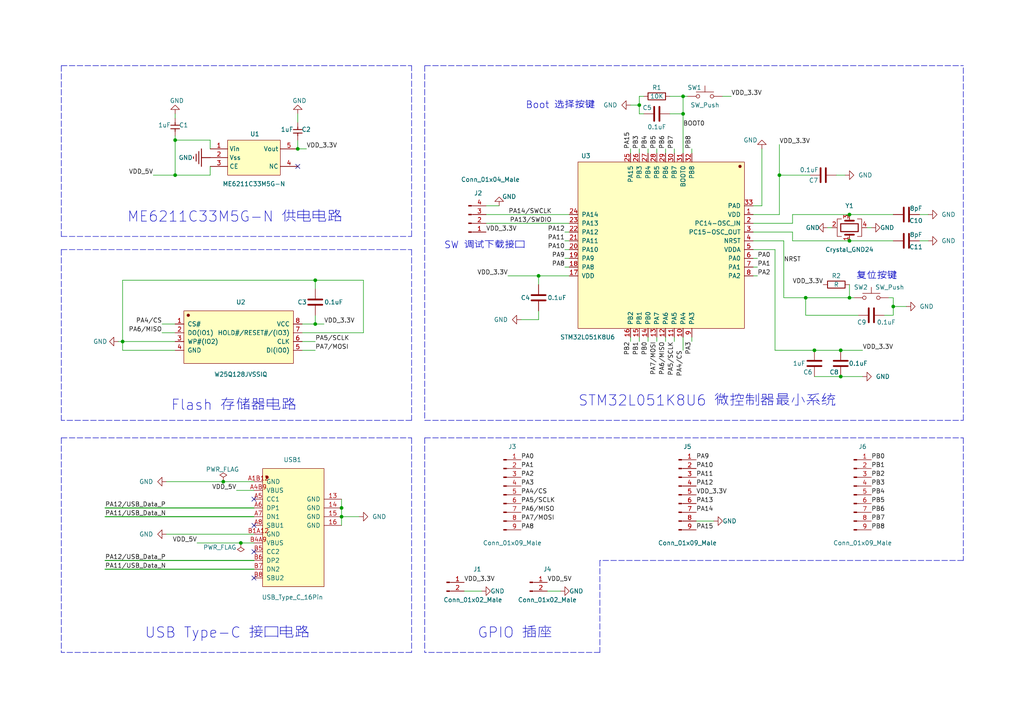
<source format=kicad_sch>
(kicad_sch (version 20211123) (generator eeschema)

  (uuid 1313241d-3787-4381-b100-56fa7903b760)

  (paper "A4")

  (title_block
    (title "UINIO-EVB-STM32L051K8")
    (date "2022-09-29")
    (rev "Hank")
    (company "UinIO.com")
  )

  (lib_symbols
    (symbol "Connector:Conn_01x02_Male" (pin_names (offset 1.016) hide) (in_bom yes) (on_board yes)
      (property "Reference" "J" (id 0) (at 0 2.54 0)
        (effects (font (size 1.27 1.27)))
      )
      (property "Value" "Conn_01x02_Male" (id 1) (at 0 -5.08 0)
        (effects (font (size 1.27 1.27)))
      )
      (property "Footprint" "" (id 2) (at 0 0 0)
        (effects (font (size 1.27 1.27)) hide)
      )
      (property "Datasheet" "~" (id 3) (at 0 0 0)
        (effects (font (size 1.27 1.27)) hide)
      )
      (property "ki_keywords" "connector" (id 4) (at 0 0 0)
        (effects (font (size 1.27 1.27)) hide)
      )
      (property "ki_description" "Generic connector, single row, 01x02, script generated (kicad-library-utils/schlib/autogen/connector/)" (id 5) (at 0 0 0)
        (effects (font (size 1.27 1.27)) hide)
      )
      (property "ki_fp_filters" "Connector*:*_1x??_*" (id 6) (at 0 0 0)
        (effects (font (size 1.27 1.27)) hide)
      )
      (symbol "Conn_01x02_Male_1_1"
        (polyline
          (pts
            (xy 1.27 -2.54)
            (xy 0.8636 -2.54)
          )
          (stroke (width 0.1524) (type default) (color 0 0 0 0))
          (fill (type none))
        )
        (polyline
          (pts
            (xy 1.27 0)
            (xy 0.8636 0)
          )
          (stroke (width 0.1524) (type default) (color 0 0 0 0))
          (fill (type none))
        )
        (rectangle (start 0.8636 -2.413) (end 0 -2.667)
          (stroke (width 0.1524) (type default) (color 0 0 0 0))
          (fill (type outline))
        )
        (rectangle (start 0.8636 0.127) (end 0 -0.127)
          (stroke (width 0.1524) (type default) (color 0 0 0 0))
          (fill (type outline))
        )
        (pin passive line (at 5.08 0 180) (length 3.81)
          (name "Pin_1" (effects (font (size 1.27 1.27))))
          (number "1" (effects (font (size 1.27 1.27))))
        )
        (pin passive line (at 5.08 -2.54 180) (length 3.81)
          (name "Pin_2" (effects (font (size 1.27 1.27))))
          (number "2" (effects (font (size 1.27 1.27))))
        )
      )
    )
    (symbol "Connector:Conn_01x04_Male" (pin_names (offset 1.016) hide) (in_bom yes) (on_board yes)
      (property "Reference" "J" (id 0) (at 0 5.08 0)
        (effects (font (size 1.27 1.27)))
      )
      (property "Value" "Conn_01x04_Male" (id 1) (at 0 -7.62 0)
        (effects (font (size 1.27 1.27)))
      )
      (property "Footprint" "" (id 2) (at 0 0 0)
        (effects (font (size 1.27 1.27)) hide)
      )
      (property "Datasheet" "~" (id 3) (at 0 0 0)
        (effects (font (size 1.27 1.27)) hide)
      )
      (property "ki_keywords" "connector" (id 4) (at 0 0 0)
        (effects (font (size 1.27 1.27)) hide)
      )
      (property "ki_description" "Generic connector, single row, 01x04, script generated (kicad-library-utils/schlib/autogen/connector/)" (id 5) (at 0 0 0)
        (effects (font (size 1.27 1.27)) hide)
      )
      (property "ki_fp_filters" "Connector*:*_1x??_*" (id 6) (at 0 0 0)
        (effects (font (size 1.27 1.27)) hide)
      )
      (symbol "Conn_01x04_Male_1_1"
        (polyline
          (pts
            (xy 1.27 -5.08)
            (xy 0.8636 -5.08)
          )
          (stroke (width 0.1524) (type default) (color 0 0 0 0))
          (fill (type none))
        )
        (polyline
          (pts
            (xy 1.27 -2.54)
            (xy 0.8636 -2.54)
          )
          (stroke (width 0.1524) (type default) (color 0 0 0 0))
          (fill (type none))
        )
        (polyline
          (pts
            (xy 1.27 0)
            (xy 0.8636 0)
          )
          (stroke (width 0.1524) (type default) (color 0 0 0 0))
          (fill (type none))
        )
        (polyline
          (pts
            (xy 1.27 2.54)
            (xy 0.8636 2.54)
          )
          (stroke (width 0.1524) (type default) (color 0 0 0 0))
          (fill (type none))
        )
        (rectangle (start 0.8636 -4.953) (end 0 -5.207)
          (stroke (width 0.1524) (type default) (color 0 0 0 0))
          (fill (type outline))
        )
        (rectangle (start 0.8636 -2.413) (end 0 -2.667)
          (stroke (width 0.1524) (type default) (color 0 0 0 0))
          (fill (type outline))
        )
        (rectangle (start 0.8636 0.127) (end 0 -0.127)
          (stroke (width 0.1524) (type default) (color 0 0 0 0))
          (fill (type outline))
        )
        (rectangle (start 0.8636 2.667) (end 0 2.413)
          (stroke (width 0.1524) (type default) (color 0 0 0 0))
          (fill (type outline))
        )
        (pin passive line (at 5.08 2.54 180) (length 3.81)
          (name "Pin_1" (effects (font (size 1.27 1.27))))
          (number "1" (effects (font (size 1.27 1.27))))
        )
        (pin passive line (at 5.08 0 180) (length 3.81)
          (name "Pin_2" (effects (font (size 1.27 1.27))))
          (number "2" (effects (font (size 1.27 1.27))))
        )
        (pin passive line (at 5.08 -2.54 180) (length 3.81)
          (name "Pin_3" (effects (font (size 1.27 1.27))))
          (number "3" (effects (font (size 1.27 1.27))))
        )
        (pin passive line (at 5.08 -5.08 180) (length 3.81)
          (name "Pin_4" (effects (font (size 1.27 1.27))))
          (number "4" (effects (font (size 1.27 1.27))))
        )
      )
    )
    (symbol "Connector:Conn_01x09_Male" (pin_names (offset 1.016) hide) (in_bom yes) (on_board yes)
      (property "Reference" "J" (id 0) (at 0 12.7 0)
        (effects (font (size 1.27 1.27)))
      )
      (property "Value" "Conn_01x09_Male" (id 1) (at 0 -12.7 0)
        (effects (font (size 1.27 1.27)))
      )
      (property "Footprint" "" (id 2) (at 0 0 0)
        (effects (font (size 1.27 1.27)) hide)
      )
      (property "Datasheet" "~" (id 3) (at 0 0 0)
        (effects (font (size 1.27 1.27)) hide)
      )
      (property "ki_keywords" "connector" (id 4) (at 0 0 0)
        (effects (font (size 1.27 1.27)) hide)
      )
      (property "ki_description" "Generic connector, single row, 01x09, script generated (kicad-library-utils/schlib/autogen/connector/)" (id 5) (at 0 0 0)
        (effects (font (size 1.27 1.27)) hide)
      )
      (property "ki_fp_filters" "Connector*:*_1x??_*" (id 6) (at 0 0 0)
        (effects (font (size 1.27 1.27)) hide)
      )
      (symbol "Conn_01x09_Male_1_1"
        (polyline
          (pts
            (xy 1.27 -10.16)
            (xy 0.8636 -10.16)
          )
          (stroke (width 0.1524) (type default) (color 0 0 0 0))
          (fill (type none))
        )
        (polyline
          (pts
            (xy 1.27 -7.62)
            (xy 0.8636 -7.62)
          )
          (stroke (width 0.1524) (type default) (color 0 0 0 0))
          (fill (type none))
        )
        (polyline
          (pts
            (xy 1.27 -5.08)
            (xy 0.8636 -5.08)
          )
          (stroke (width 0.1524) (type default) (color 0 0 0 0))
          (fill (type none))
        )
        (polyline
          (pts
            (xy 1.27 -2.54)
            (xy 0.8636 -2.54)
          )
          (stroke (width 0.1524) (type default) (color 0 0 0 0))
          (fill (type none))
        )
        (polyline
          (pts
            (xy 1.27 0)
            (xy 0.8636 0)
          )
          (stroke (width 0.1524) (type default) (color 0 0 0 0))
          (fill (type none))
        )
        (polyline
          (pts
            (xy 1.27 2.54)
            (xy 0.8636 2.54)
          )
          (stroke (width 0.1524) (type default) (color 0 0 0 0))
          (fill (type none))
        )
        (polyline
          (pts
            (xy 1.27 5.08)
            (xy 0.8636 5.08)
          )
          (stroke (width 0.1524) (type default) (color 0 0 0 0))
          (fill (type none))
        )
        (polyline
          (pts
            (xy 1.27 7.62)
            (xy 0.8636 7.62)
          )
          (stroke (width 0.1524) (type default) (color 0 0 0 0))
          (fill (type none))
        )
        (polyline
          (pts
            (xy 1.27 10.16)
            (xy 0.8636 10.16)
          )
          (stroke (width 0.1524) (type default) (color 0 0 0 0))
          (fill (type none))
        )
        (rectangle (start 0.8636 -10.033) (end 0 -10.287)
          (stroke (width 0.1524) (type default) (color 0 0 0 0))
          (fill (type outline))
        )
        (rectangle (start 0.8636 -7.493) (end 0 -7.747)
          (stroke (width 0.1524) (type default) (color 0 0 0 0))
          (fill (type outline))
        )
        (rectangle (start 0.8636 -4.953) (end 0 -5.207)
          (stroke (width 0.1524) (type default) (color 0 0 0 0))
          (fill (type outline))
        )
        (rectangle (start 0.8636 -2.413) (end 0 -2.667)
          (stroke (width 0.1524) (type default) (color 0 0 0 0))
          (fill (type outline))
        )
        (rectangle (start 0.8636 0.127) (end 0 -0.127)
          (stroke (width 0.1524) (type default) (color 0 0 0 0))
          (fill (type outline))
        )
        (rectangle (start 0.8636 2.667) (end 0 2.413)
          (stroke (width 0.1524) (type default) (color 0 0 0 0))
          (fill (type outline))
        )
        (rectangle (start 0.8636 5.207) (end 0 4.953)
          (stroke (width 0.1524) (type default) (color 0 0 0 0))
          (fill (type outline))
        )
        (rectangle (start 0.8636 7.747) (end 0 7.493)
          (stroke (width 0.1524) (type default) (color 0 0 0 0))
          (fill (type outline))
        )
        (rectangle (start 0.8636 10.287) (end 0 10.033)
          (stroke (width 0.1524) (type default) (color 0 0 0 0))
          (fill (type outline))
        )
        (pin passive line (at 5.08 10.16 180) (length 3.81)
          (name "Pin_1" (effects (font (size 1.27 1.27))))
          (number "1" (effects (font (size 1.27 1.27))))
        )
        (pin passive line (at 5.08 7.62 180) (length 3.81)
          (name "Pin_2" (effects (font (size 1.27 1.27))))
          (number "2" (effects (font (size 1.27 1.27))))
        )
        (pin passive line (at 5.08 5.08 180) (length 3.81)
          (name "Pin_3" (effects (font (size 1.27 1.27))))
          (number "3" (effects (font (size 1.27 1.27))))
        )
        (pin passive line (at 5.08 2.54 180) (length 3.81)
          (name "Pin_4" (effects (font (size 1.27 1.27))))
          (number "4" (effects (font (size 1.27 1.27))))
        )
        (pin passive line (at 5.08 0 180) (length 3.81)
          (name "Pin_5" (effects (font (size 1.27 1.27))))
          (number "5" (effects (font (size 1.27 1.27))))
        )
        (pin passive line (at 5.08 -2.54 180) (length 3.81)
          (name "Pin_6" (effects (font (size 1.27 1.27))))
          (number "6" (effects (font (size 1.27 1.27))))
        )
        (pin passive line (at 5.08 -5.08 180) (length 3.81)
          (name "Pin_7" (effects (font (size 1.27 1.27))))
          (number "7" (effects (font (size 1.27 1.27))))
        )
        (pin passive line (at 5.08 -7.62 180) (length 3.81)
          (name "Pin_8" (effects (font (size 1.27 1.27))))
          (number "8" (effects (font (size 1.27 1.27))))
        )
        (pin passive line (at 5.08 -10.16 180) (length 3.81)
          (name "Pin_9" (effects (font (size 1.27 1.27))))
          (number "9" (effects (font (size 1.27 1.27))))
        )
      )
    )
    (symbol "Device:C" (pin_numbers hide) (pin_names (offset 0.254)) (in_bom yes) (on_board yes)
      (property "Reference" "C" (id 0) (at 0.635 2.54 0)
        (effects (font (size 1.27 1.27)) (justify left))
      )
      (property "Value" "C" (id 1) (at 0.635 -2.54 0)
        (effects (font (size 1.27 1.27)) (justify left))
      )
      (property "Footprint" "" (id 2) (at 0.9652 -3.81 0)
        (effects (font (size 1.27 1.27)) hide)
      )
      (property "Datasheet" "~" (id 3) (at 0 0 0)
        (effects (font (size 1.27 1.27)) hide)
      )
      (property "ki_keywords" "cap capacitor" (id 4) (at 0 0 0)
        (effects (font (size 1.27 1.27)) hide)
      )
      (property "ki_description" "Unpolarized capacitor" (id 5) (at 0 0 0)
        (effects (font (size 1.27 1.27)) hide)
      )
      (property "ki_fp_filters" "C_*" (id 6) (at 0 0 0)
        (effects (font (size 1.27 1.27)) hide)
      )
      (symbol "C_0_1"
        (polyline
          (pts
            (xy -2.032 -0.762)
            (xy 2.032 -0.762)
          )
          (stroke (width 0.508) (type default) (color 0 0 0 0))
          (fill (type none))
        )
        (polyline
          (pts
            (xy -2.032 0.762)
            (xy 2.032 0.762)
          )
          (stroke (width 0.508) (type default) (color 0 0 0 0))
          (fill (type none))
        )
      )
      (symbol "C_1_1"
        (pin passive line (at 0 3.81 270) (length 2.794)
          (name "~" (effects (font (size 1.27 1.27))))
          (number "1" (effects (font (size 1.27 1.27))))
        )
        (pin passive line (at 0 -3.81 90) (length 2.794)
          (name "~" (effects (font (size 1.27 1.27))))
          (number "2" (effects (font (size 1.27 1.27))))
        )
      )
    )
    (symbol "Device:Crystal_GND24" (pin_names (offset 1.016) hide) (in_bom yes) (on_board yes)
      (property "Reference" "Y" (id 0) (at 3.175 5.08 0)
        (effects (font (size 1.27 1.27)) (justify left))
      )
      (property "Value" "Crystal_GND24" (id 1) (at 3.175 3.175 0)
        (effects (font (size 1.27 1.27)) (justify left))
      )
      (property "Footprint" "" (id 2) (at 0 0 0)
        (effects (font (size 1.27 1.27)) hide)
      )
      (property "Datasheet" "~" (id 3) (at 0 0 0)
        (effects (font (size 1.27 1.27)) hide)
      )
      (property "ki_keywords" "quartz ceramic resonator oscillator" (id 4) (at 0 0 0)
        (effects (font (size 1.27 1.27)) hide)
      )
      (property "ki_description" "Four pin crystal, GND on pins 2 and 4" (id 5) (at 0 0 0)
        (effects (font (size 1.27 1.27)) hide)
      )
      (property "ki_fp_filters" "Crystal*" (id 6) (at 0 0 0)
        (effects (font (size 1.27 1.27)) hide)
      )
      (symbol "Crystal_GND24_0_1"
        (rectangle (start -1.143 2.54) (end 1.143 -2.54)
          (stroke (width 0.3048) (type default) (color 0 0 0 0))
          (fill (type none))
        )
        (polyline
          (pts
            (xy -2.54 0)
            (xy -2.032 0)
          )
          (stroke (width 0) (type default) (color 0 0 0 0))
          (fill (type none))
        )
        (polyline
          (pts
            (xy -2.032 -1.27)
            (xy -2.032 1.27)
          )
          (stroke (width 0.508) (type default) (color 0 0 0 0))
          (fill (type none))
        )
        (polyline
          (pts
            (xy 0 -3.81)
            (xy 0 -3.556)
          )
          (stroke (width 0) (type default) (color 0 0 0 0))
          (fill (type none))
        )
        (polyline
          (pts
            (xy 0 3.556)
            (xy 0 3.81)
          )
          (stroke (width 0) (type default) (color 0 0 0 0))
          (fill (type none))
        )
        (polyline
          (pts
            (xy 2.032 -1.27)
            (xy 2.032 1.27)
          )
          (stroke (width 0.508) (type default) (color 0 0 0 0))
          (fill (type none))
        )
        (polyline
          (pts
            (xy 2.032 0)
            (xy 2.54 0)
          )
          (stroke (width 0) (type default) (color 0 0 0 0))
          (fill (type none))
        )
        (polyline
          (pts
            (xy -2.54 -2.286)
            (xy -2.54 -3.556)
            (xy 2.54 -3.556)
            (xy 2.54 -2.286)
          )
          (stroke (width 0) (type default) (color 0 0 0 0))
          (fill (type none))
        )
        (polyline
          (pts
            (xy -2.54 2.286)
            (xy -2.54 3.556)
            (xy 2.54 3.556)
            (xy 2.54 2.286)
          )
          (stroke (width 0) (type default) (color 0 0 0 0))
          (fill (type none))
        )
      )
      (symbol "Crystal_GND24_1_1"
        (pin passive line (at -3.81 0 0) (length 1.27)
          (name "1" (effects (font (size 1.27 1.27))))
          (number "1" (effects (font (size 1.27 1.27))))
        )
        (pin passive line (at 0 5.08 270) (length 1.27)
          (name "2" (effects (font (size 1.27 1.27))))
          (number "2" (effects (font (size 1.27 1.27))))
        )
        (pin passive line (at 3.81 0 180) (length 1.27)
          (name "3" (effects (font (size 1.27 1.27))))
          (number "3" (effects (font (size 1.27 1.27))))
        )
        (pin passive line (at 0 -5.08 90) (length 1.27)
          (name "4" (effects (font (size 1.27 1.27))))
          (number "4" (effects (font (size 1.27 1.27))))
        )
      )
    )
    (symbol "Device:R" (pin_numbers hide) (pin_names (offset 0)) (in_bom yes) (on_board yes)
      (property "Reference" "R" (id 0) (at 2.032 0 90)
        (effects (font (size 1.27 1.27)))
      )
      (property "Value" "R" (id 1) (at 0 0 90)
        (effects (font (size 1.27 1.27)))
      )
      (property "Footprint" "" (id 2) (at -1.778 0 90)
        (effects (font (size 1.27 1.27)) hide)
      )
      (property "Datasheet" "~" (id 3) (at 0 0 0)
        (effects (font (size 1.27 1.27)) hide)
      )
      (property "ki_keywords" "R res resistor" (id 4) (at 0 0 0)
        (effects (font (size 1.27 1.27)) hide)
      )
      (property "ki_description" "Resistor" (id 5) (at 0 0 0)
        (effects (font (size 1.27 1.27)) hide)
      )
      (property "ki_fp_filters" "R_*" (id 6) (at 0 0 0)
        (effects (font (size 1.27 1.27)) hide)
      )
      (symbol "R_0_1"
        (rectangle (start -1.016 -2.54) (end 1.016 2.54)
          (stroke (width 0.254) (type default) (color 0 0 0 0))
          (fill (type none))
        )
      )
      (symbol "R_1_1"
        (pin passive line (at 0 3.81 270) (length 1.27)
          (name "~" (effects (font (size 1.27 1.27))))
          (number "1" (effects (font (size 1.27 1.27))))
        )
        (pin passive line (at 0 -3.81 90) (length 1.27)
          (name "~" (effects (font (size 1.27 1.27))))
          (number "2" (effects (font (size 1.27 1.27))))
        )
      )
    )
    (symbol "Switch:SW_Push" (pin_numbers hide) (pin_names (offset 1.016) hide) (in_bom yes) (on_board yes)
      (property "Reference" "SW" (id 0) (at 1.27 2.54 0)
        (effects (font (size 1.27 1.27)) (justify left))
      )
      (property "Value" "SW_Push" (id 1) (at 0 -1.524 0)
        (effects (font (size 1.27 1.27)))
      )
      (property "Footprint" "" (id 2) (at 0 5.08 0)
        (effects (font (size 1.27 1.27)) hide)
      )
      (property "Datasheet" "~" (id 3) (at 0 5.08 0)
        (effects (font (size 1.27 1.27)) hide)
      )
      (property "ki_keywords" "switch normally-open pushbutton push-button" (id 4) (at 0 0 0)
        (effects (font (size 1.27 1.27)) hide)
      )
      (property "ki_description" "Push button switch, generic, two pins" (id 5) (at 0 0 0)
        (effects (font (size 1.27 1.27)) hide)
      )
      (symbol "SW_Push_0_1"
        (circle (center -2.032 0) (radius 0.508)
          (stroke (width 0) (type default) (color 0 0 0 0))
          (fill (type none))
        )
        (polyline
          (pts
            (xy 0 1.27)
            (xy 0 3.048)
          )
          (stroke (width 0) (type default) (color 0 0 0 0))
          (fill (type none))
        )
        (polyline
          (pts
            (xy 2.54 1.27)
            (xy -2.54 1.27)
          )
          (stroke (width 0) (type default) (color 0 0 0 0))
          (fill (type none))
        )
        (circle (center 2.032 0) (radius 0.508)
          (stroke (width 0) (type default) (color 0 0 0 0))
          (fill (type none))
        )
        (pin passive line (at -5.08 0 0) (length 2.54)
          (name "1" (effects (font (size 1.27 1.27))))
          (number "1" (effects (font (size 1.27 1.27))))
        )
        (pin passive line (at 5.08 0 180) (length 2.54)
          (name "2" (effects (font (size 1.27 1.27))))
          (number "2" (effects (font (size 1.27 1.27))))
        )
      )
    )
    (symbol "Uinio:CAP_0402" (in_bom yes) (on_board yes)
      (property "Reference" "C8" (id 0) (at 1.524 -1.016 0)
        (effects (font (size 1.27 1.27)) (justify left bottom))
      )
      (property "Value" "CAP_0402" (id 1) (at 1.524 -3.556 0)
        (effects (font (size 1.27 1.27)) (justify left bottom))
      )
      (property "Footprint" "Uinio:CAP_0402" (id 2) (at 0 0 0)
        (effects (font (size 1.27 1.27)) hide)
      )
      (property "Datasheet" "" (id 3) (at 0 0 0)
        (effects (font (size 1.27 1.27)) hide)
      )
      (property "ALTIUM_VALUE" "0.1u" (id 4) (at -1.524 3.048 0)
        (effects (font (size 1.27 1.27)) (justify left bottom) hide)
      )
      (property "ki_description" "Capacitor" (id 5) (at 0 0 0)
        (effects (font (size 1.27 1.27)) hide)
      )
      (property "ki_fp_filters" "CAP_0402" (id 6) (at 0 0 0)
        (effects (font (size 1.27 1.27)) hide)
      )
      (symbol "CAP_0402_1_0"
        (polyline
          (pts
            (xy -1.27 0.508)
            (xy 1.27 0.508)
          )
          (stroke (width 0.254) (type default) (color 0 0 0 0))
          (fill (type none))
        )
        (polyline
          (pts
            (xy 0 -1.27)
            (xy 0 -0.508)
          )
          (stroke (width 0.254) (type default) (color 0 0 0 0))
          (fill (type none))
        )
        (polyline
          (pts
            (xy 0 1.27)
            (xy 0 0.508)
          )
          (stroke (width 0.254) (type default) (color 0 0 0 0))
          (fill (type none))
        )
        (polyline
          (pts
            (xy 1.27 -0.508)
            (xy -1.27 -0.508)
          )
          (stroke (width 0.254) (type default) (color 0 0 0 0))
          (fill (type none))
        )
        (pin passive line (at 0 -2.54 90) (length 1.27)
          (name "1" (effects (font (size 0 0))))
          (number "1" (effects (font (size 0 0))))
        )
        (pin passive line (at 0 2.54 270) (length 1.27)
          (name "2" (effects (font (size 0 0))))
          (number "2" (effects (font (size 0 0))))
        )
      )
    )
    (symbol "Uinio:GND" (power) (in_bom yes) (on_board yes)
      (property "Reference" "#PWR04" (id 0) (at 0 0 0)
        (effects (font (size 1.27 1.27)) hide)
      )
      (property "Value" "GND" (id 1) (at 0 6.35 90)
        (effects (font (size 1.27 1.27)) (justify right))
      )
      (property "Footprint" "" (id 2) (at 0 0 0)
        (effects (font (size 1.27 1.27)) hide)
      )
      (property "Datasheet" "" (id 3) (at 0 0 0)
        (effects (font (size 1.27 1.27)) hide)
      )
      (property "ki_keywords" "power-flag" (id 4) (at 0 0 0)
        (effects (font (size 1.27 1.27)) hide)
      )
      (property "ki_description" "电源符号创建名为 'GND' 的全局标签" (id 5) (at 0 0 0)
        (effects (font (size 1.27 1.27)) hide)
      )
      (symbol "GND_0_0"
        (polyline
          (pts
            (xy -2.54 -2.54)
            (xy 2.54 -2.54)
          )
          (stroke (width 0.254) (type default) (color 0 0 0 0))
          (fill (type none))
        )
        (polyline
          (pts
            (xy -1.778 -3.302)
            (xy 1.778 -3.302)
          )
          (stroke (width 0.254) (type default) (color 0 0 0 0))
          (fill (type none))
        )
        (polyline
          (pts
            (xy -1.016 -4.064)
            (xy 1.016 -4.064)
          )
          (stroke (width 0.254) (type default) (color 0 0 0 0))
          (fill (type none))
        )
        (polyline
          (pts
            (xy -0.254 -4.826)
            (xy 0.254 -4.826)
          )
          (stroke (width 0.254) (type default) (color 0 0 0 0))
          (fill (type none))
        )
        (polyline
          (pts
            (xy 0 0)
            (xy 0 -2.54)
          )
          (stroke (width 0.254) (type default) (color 0 0 0 0))
          (fill (type none))
        )
        (pin power_in line (at 0 0 0) (length 0) hide
          (name "GND" (effects (font (size 1.27 1.27))))
          (number "" (effects (font (size 1.27 1.27))))
        )
      )
    )
    (symbol "Uinio:ME6211" (in_bom yes) (on_board yes)
      (property "Reference" "V1" (id 0) (at 5.08 2.54 0)
        (effects (font (size 1.27 1.27)) (justify left bottom))
      )
      (property "Value" "ME6211" (id 1) (at 5.08 -10.16 0)
        (effects (font (size 1.27 1.27)) (justify left bottom))
      )
      (property "Footprint" "Uinio:SOT23-5" (id 2) (at 0 0 0)
        (effects (font (size 1.27 1.27)) hide)
      )
      (property "Datasheet" "" (id 3) (at 0 0 0)
        (effects (font (size 1.27 1.27)) hide)
      )
      (property "BOM名称" "低功耗LDO" (id 4) (at -8.128 -15.748 0)
        (effects (font (size 1.27 1.27)) (justify left bottom) hide)
      )
      (property "ki_description" "低功耗LDO" (id 5) (at 0 0 0)
        (effects (font (size 1.27 1.27)) hide)
      )
      (property "ki_fp_filters" "SOT23-5L" (id 6) (at 0 0 0)
        (effects (font (size 1.27 1.27)) hide)
      )
      (symbol "ME6211_1_0"
        (rectangle (start 20.32 2.54) (end 5.08 -7.62)
          (stroke (width 0) (type default) (color 0 0 0 0))
          (fill (type background))
        )
        (pin passive line (at 0 0 0) (length 5.08)
          (name "Vin" (effects (font (size 1.27 1.27))))
          (number "1" (effects (font (size 1.27 1.27))))
        )
        (pin passive line (at 0 -2.54 0) (length 5.08)
          (name "Vss" (effects (font (size 1.27 1.27))))
          (number "2" (effects (font (size 1.27 1.27))))
        )
        (pin passive line (at 0 -5.08 0) (length 5.08)
          (name "CE" (effects (font (size 1.27 1.27))))
          (number "3" (effects (font (size 1.27 1.27))))
        )
        (pin passive line (at 25.4 -5.08 180) (length 5.08)
          (name "NC" (effects (font (size 1.27 1.27))))
          (number "4" (effects (font (size 1.27 1.27))))
        )
        (pin passive line (at 25.4 0 180) (length 5.08)
          (name "Vout" (effects (font (size 1.27 1.27))))
          (number "5" (effects (font (size 1.27 1.27))))
        )
      )
    )
    (symbol "Uinio:STM32L051K8U6" (pin_names (offset 1.016)) (in_bom yes) (on_board yes)
      (property "Reference" "U" (id 0) (at 0 29.8196 0)
        (effects (font (size 1.27 1.27)))
      )
      (property "Value" "STM32L051K8U6" (id 1) (at 0 34.8996 0)
        (effects (font (size 1.27 1.27)))
      )
      (property "Footprint" "kicad_lceda:UFQFPN-32_L5.0-W5.0-P0.50-BL-EP" (id 2) (at 0 24.7396 0)
        (effects (font (size 1.27 1.27)) hide)
      )
      (property "Datasheet" "http://www.szlcsc.com/product/details_95970.html" (id 3) (at 0 19.6596 0)
        (effects (font (size 1.27 1.27)) hide)
      )
      (property "SuppliersPartNumber" "C94770" (id 4) (at 0 14.5796 0)
        (effects (font (size 1.27 1.27)) hide)
      )
      (property "uuid" "std:9dfaea9d47bf4a0f92de24ec40f7b62e" (id 5) (at 1.27 -33.02 0)
        (effects (font (size 1.27 1.27)) hide)
      )
      (symbol "STM32L051K8U6_1_1"
        (rectangle (start -24.13 24.13) (end 24.13 -24.13)
          (stroke (width 0.1524) (type default) (color 0 0 0 0))
          (fill (type background))
        )
        (circle (center -22.86 22.86) (radius 0.381)
          (stroke (width 0.1524) (type default) (color 0 0 0 0))
          (fill (type outline))
        )
        (pin input line (at -26.67 8.89 0) (length 2.54)
          (name "VDD" (effects (font (size 1.27 1.27))))
          (number "1" (effects (font (size 1.27 1.27))))
        )
        (pin input line (at -6.35 -26.67 90) (length 2.54)
          (name "PA4" (effects (font (size 1.27 1.27))))
          (number "10" (effects (font (size 1.27 1.27))))
        )
        (pin input line (at -3.81 -26.67 90) (length 2.54)
          (name "PA5" (effects (font (size 1.27 1.27))))
          (number "11" (effects (font (size 1.27 1.27))))
        )
        (pin input line (at -1.27 -26.67 90) (length 2.54)
          (name "PA6" (effects (font (size 1.27 1.27))))
          (number "12" (effects (font (size 1.27 1.27))))
        )
        (pin input line (at 1.27 -26.67 90) (length 2.54)
          (name "PA7" (effects (font (size 1.27 1.27))))
          (number "13" (effects (font (size 1.27 1.27))))
        )
        (pin input line (at 3.81 -26.67 90) (length 2.54)
          (name "PB0" (effects (font (size 1.27 1.27))))
          (number "14" (effects (font (size 1.27 1.27))))
        )
        (pin input line (at 6.35 -26.67 90) (length 2.54)
          (name "PB1" (effects (font (size 1.27 1.27))))
          (number "15" (effects (font (size 1.27 1.27))))
        )
        (pin input line (at 8.89 -26.67 90) (length 2.54)
          (name "PB2" (effects (font (size 1.27 1.27))))
          (number "16" (effects (font (size 1.27 1.27))))
        )
        (pin input line (at 26.67 -8.89 180) (length 2.54)
          (name "VDD" (effects (font (size 1.27 1.27))))
          (number "17" (effects (font (size 1.27 1.27))))
        )
        (pin input line (at 26.67 -6.35 180) (length 2.54)
          (name "PA8" (effects (font (size 1.27 1.27))))
          (number "18" (effects (font (size 1.27 1.27))))
        )
        (pin input line (at 26.67 -3.81 180) (length 2.54)
          (name "PA9" (effects (font (size 1.27 1.27))))
          (number "19" (effects (font (size 1.27 1.27))))
        )
        (pin input line (at -26.67 6.35 0) (length 2.54)
          (name "PC14-OSC_IN" (effects (font (size 1.27 1.27))))
          (number "2" (effects (font (size 1.27 1.27))))
        )
        (pin input line (at 26.67 -1.27 180) (length 2.54)
          (name "PA10" (effects (font (size 1.27 1.27))))
          (number "20" (effects (font (size 1.27 1.27))))
        )
        (pin input line (at 26.67 1.27 180) (length 2.54)
          (name "PA11" (effects (font (size 1.27 1.27))))
          (number "21" (effects (font (size 1.27 1.27))))
        )
        (pin input line (at 26.67 3.81 180) (length 2.54)
          (name "PA12" (effects (font (size 1.27 1.27))))
          (number "22" (effects (font (size 1.27 1.27))))
        )
        (pin input line (at 26.67 6.35 180) (length 2.54)
          (name "PA13" (effects (font (size 1.27 1.27))))
          (number "23" (effects (font (size 1.27 1.27))))
        )
        (pin input line (at 26.67 8.89 180) (length 2.54)
          (name "PA14" (effects (font (size 1.27 1.27))))
          (number "24" (effects (font (size 1.27 1.27))))
        )
        (pin input line (at 8.89 26.67 270) (length 2.54)
          (name "PA15" (effects (font (size 1.27 1.27))))
          (number "25" (effects (font (size 1.27 1.27))))
        )
        (pin input line (at 6.35 26.67 270) (length 2.54)
          (name "PB3" (effects (font (size 1.27 1.27))))
          (number "26" (effects (font (size 1.27 1.27))))
        )
        (pin input line (at 3.81 26.67 270) (length 2.54)
          (name "PB4" (effects (font (size 1.27 1.27))))
          (number "27" (effects (font (size 1.27 1.27))))
        )
        (pin input line (at 1.27 26.67 270) (length 2.54)
          (name "PB5" (effects (font (size 1.27 1.27))))
          (number "28" (effects (font (size 1.27 1.27))))
        )
        (pin input line (at -1.27 26.67 270) (length 2.54)
          (name "PB6" (effects (font (size 1.27 1.27))))
          (number "29" (effects (font (size 1.27 1.27))))
        )
        (pin input line (at -26.67 3.81 0) (length 2.54)
          (name "PC15-OSC_OUT" (effects (font (size 1.27 1.27))))
          (number "3" (effects (font (size 1.27 1.27))))
        )
        (pin input line (at -3.81 26.67 270) (length 2.54)
          (name "PB7" (effects (font (size 1.27 1.27))))
          (number "30" (effects (font (size 1.27 1.27))))
        )
        (pin input line (at -6.35 26.67 270) (length 2.54)
          (name "BOOT0" (effects (font (size 1.27 1.27))))
          (number "31" (effects (font (size 1.27 1.27))))
        )
        (pin input line (at -8.89 26.67 270) (length 2.54)
          (name "PB8" (effects (font (size 1.27 1.27))))
          (number "32" (effects (font (size 1.27 1.27))))
        )
        (pin input line (at -26.67 11.43 0) (length 2.54)
          (name "PAD" (effects (font (size 1.27 1.27))))
          (number "33" (effects (font (size 1.27 1.27))))
        )
        (pin input line (at -26.67 1.27 0) (length 2.54)
          (name "NRST" (effects (font (size 1.27 1.27))))
          (number "4" (effects (font (size 1.27 1.27))))
        )
        (pin input line (at -26.67 -1.27 0) (length 2.54)
          (name "VDDA" (effects (font (size 1.27 1.27))))
          (number "5" (effects (font (size 1.27 1.27))))
        )
        (pin input line (at -26.67 -3.81 0) (length 2.54)
          (name "PA0" (effects (font (size 1.27 1.27))))
          (number "6" (effects (font (size 1.27 1.27))))
        )
        (pin input line (at -26.67 -6.35 0) (length 2.54)
          (name "PA1" (effects (font (size 1.27 1.27))))
          (number "7" (effects (font (size 1.27 1.27))))
        )
        (pin input line (at -26.67 -8.89 0) (length 2.54)
          (name "PA2" (effects (font (size 1.27 1.27))))
          (number "8" (effects (font (size 1.27 1.27))))
        )
        (pin input line (at -8.89 -26.67 90) (length 2.54)
          (name "PA3" (effects (font (size 1.27 1.27))))
          (number "9" (effects (font (size 1.27 1.27))))
        )
      )
    )
    (symbol "Uinio:USB_Type_C_16Pin" (pin_names (offset 1.016)) (in_bom yes) (on_board yes)
      (property "Reference" "USB" (id 0) (at 0 19.05 0)
        (effects (font (size 1.27 1.27)))
      )
      (property "Value" "USB_Type_C_16Pin" (id 1) (at 0 24.13 0)
        (effects (font (size 1.27 1.27)))
      )
      (property "Footprint" "Uinio:USB-C-SMD_TYPEC-304J-BCP16" (id 2) (at 0 13.97 0)
        (effects (font (size 1.27 1.27)) hide)
      )
      (property "Datasheet" "" (id 3) (at 0 8.89 0)
        (effects (font (size 1.27 1.27)) hide)
      )
      (property "SuppliersPartNumber" "C2835315" (id 4) (at 0 3.81 0)
        (effects (font (size 1.27 1.27)) hide)
      )
      (property "uuid" "std:a4a246a50f944769b2896c50f579360f" (id 5) (at 0 3.81 0)
        (effects (font (size 1.27 1.27)) hide)
      )
      (symbol "USB_Type_C_16Pin_1_1"
        (rectangle (start -10.16 16.51) (end 7.62 -17.78)
          (stroke (width 0.1524) (type default) (color 0 0 0 0))
          (fill (type background))
        )
        (circle (center -8.89 13.97) (radius 0.381)
          (stroke (width 0.1524) (type default) (color 0 0 0 0))
          (fill (type outline))
        )
        (pin input line (at 12.7 7.62 180) (length 5.08)
          (name "GND" (effects (font (size 1.27 1.27))))
          (number "13" (effects (font (size 1.27 1.27))))
        )
        (pin input line (at 12.7 5.08 180) (length 5.08)
          (name "GND" (effects (font (size 1.27 1.27))))
          (number "14" (effects (font (size 1.27 1.27))))
        )
        (pin input line (at 12.7 2.54 180) (length 5.08)
          (name "GND" (effects (font (size 1.27 1.27))))
          (number "15" (effects (font (size 1.27 1.27))))
        )
        (pin input line (at 12.7 0 180) (length 5.08)
          (name "GND" (effects (font (size 1.27 1.27))))
          (number "16" (effects (font (size 1.27 1.27))))
        )
        (pin input line (at -12.7 12.7 0) (length 2.54)
          (name "GND" (effects (font (size 1.27 1.27))))
          (number "A1B12" (effects (font (size 1.27 1.27))))
        )
        (pin input line (at -12.7 10.16 0) (length 2.54)
          (name "VBUS" (effects (font (size 1.27 1.27))))
          (number "A4B9" (effects (font (size 1.27 1.27))))
        )
        (pin input line (at -12.7 7.62 0) (length 2.54)
          (name "CC1" (effects (font (size 1.27 1.27))))
          (number "A5" (effects (font (size 1.27 1.27))))
        )
        (pin input line (at -12.7 5.08 0) (length 2.54)
          (name "DP1" (effects (font (size 1.27 1.27))))
          (number "A6" (effects (font (size 1.27 1.27))))
        )
        (pin input line (at -12.7 2.54 0) (length 2.54)
          (name "DN1" (effects (font (size 1.27 1.27))))
          (number "A7" (effects (font (size 1.27 1.27))))
        )
        (pin input line (at -12.7 0 0) (length 2.54)
          (name "SBU1" (effects (font (size 1.27 1.27))))
          (number "A8" (effects (font (size 1.27 1.27))))
        )
        (pin input line (at -12.7 -2.54 0) (length 2.54)
          (name "GND" (effects (font (size 1.27 1.27))))
          (number "B1A12" (effects (font (size 1.27 1.27))))
        )
        (pin input line (at -12.7 -5.08 0) (length 2.54)
          (name "VBUS" (effects (font (size 1.27 1.27))))
          (number "B4A9" (effects (font (size 1.27 1.27))))
        )
        (pin input line (at -12.7 -7.62 0) (length 2.54)
          (name "CC2" (effects (font (size 1.27 1.27))))
          (number "B5" (effects (font (size 1.27 1.27))))
        )
        (pin input line (at -12.7 -10.16 0) (length 2.54)
          (name "DP2" (effects (font (size 1.27 1.27))))
          (number "B6" (effects (font (size 1.27 1.27))))
        )
        (pin input line (at -12.7 -12.7 0) (length 2.54)
          (name "DN2" (effects (font (size 1.27 1.27))))
          (number "B7" (effects (font (size 1.27 1.27))))
        )
        (pin input line (at -12.7 -15.24 0) (length 2.54)
          (name "SBU2" (effects (font (size 1.27 1.27))))
          (number "B8" (effects (font (size 1.27 1.27))))
        )
      )
    )
    (symbol "Uinio:W25Q128JVSSIQ" (pin_names (offset 1.016)) (in_bom yes) (on_board yes)
      (property "Reference" "U" (id 0) (at 0 9.017 0)
        (effects (font (size 1.27 1.27)))
      )
      (property "Value" "W25Q128JVSSIQ" (id 1) (at 0 14.097 0)
        (effects (font (size 1.27 1.27)))
      )
      (property "Footprint" "kicad_lceda:SOIC-8_L5.3-W5.3-P1.27-LS8.0-BL" (id 2) (at 10.16 3.937 0)
        (effects (font (size 1.27 1.27)) hide)
      )
      (property "Datasheet" "" (id 3) (at 0 -1.143 0)
        (effects (font (size 1.27 1.27)) hide)
      )
      (property "SuppliersPartNumber" "C9900009643" (id 4) (at 0 -6.223 0)
        (effects (font (size 1.27 1.27)) hide)
      )
      (property "uuid" "std:fefd45d986a442c3ac86341ea5a718a1" (id 5) (at 0 -6.223 0)
        (effects (font (size 1.27 1.27)) hide)
      )
      (symbol "W25Q128JVSSIQ_1_1"
        (rectangle (start -11.43 7.62) (end 20.32 -7.62)
          (stroke (width 0.1524) (type default) (color 0 0 0 0))
          (fill (type background))
        )
        (circle (center -10.16 6.35) (radius 0.381)
          (stroke (width 0.1524) (type default) (color 0 0 0 0))
          (fill (type outline))
        )
        (pin input line (at -13.97 3.81 0) (length 2.54)
          (name "CS#" (effects (font (size 1.27 1.27))))
          (number "1" (effects (font (size 1.27 1.27))))
        )
        (pin input line (at -13.97 1.27 0) (length 2.54)
          (name "DO(IO1)" (effects (font (size 1.27 1.27))))
          (number "2" (effects (font (size 1.27 1.27))))
        )
        (pin input line (at -13.97 -1.27 0) (length 2.54)
          (name "WP#(IO2)" (effects (font (size 1.27 1.27))))
          (number "3" (effects (font (size 1.27 1.27))))
        )
        (pin input line (at -13.97 -3.81 0) (length 2.54)
          (name "GND" (effects (font (size 1.27 1.27))))
          (number "4" (effects (font (size 1.27 1.27))))
        )
        (pin input line (at 22.86 -3.81 180) (length 2.54)
          (name "DI(IO0)" (effects (font (size 1.27 1.27))))
          (number "5" (effects (font (size 1.27 1.27))))
        )
        (pin input line (at 22.86 -1.27 180) (length 2.54)
          (name "CLK" (effects (font (size 1.27 1.27))))
          (number "6" (effects (font (size 1.27 1.27))))
        )
        (pin input line (at 22.86 1.27 180) (length 2.54)
          (name "HOLD#/RESET#/(IO3)" (effects (font (size 1.27 1.27))))
          (number "7" (effects (font (size 1.27 1.27))))
        )
        (pin input line (at 22.86 3.81 180) (length 2.54)
          (name "VCC" (effects (font (size 1.27 1.27))))
          (number "8" (effects (font (size 1.27 1.27))))
        )
      )
    )
    (symbol "power:GND" (power) (pin_names (offset 0)) (in_bom yes) (on_board yes)
      (property "Reference" "#PWR" (id 0) (at 0 -6.35 0)
        (effects (font (size 1.27 1.27)) hide)
      )
      (property "Value" "GND" (id 1) (at 0 -3.81 0)
        (effects (font (size 1.27 1.27)))
      )
      (property "Footprint" "" (id 2) (at 0 0 0)
        (effects (font (size 1.27 1.27)) hide)
      )
      (property "Datasheet" "" (id 3) (at 0 0 0)
        (effects (font (size 1.27 1.27)) hide)
      )
      (property "ki_keywords" "power-flag" (id 4) (at 0 0 0)
        (effects (font (size 1.27 1.27)) hide)
      )
      (property "ki_description" "Power symbol creates a global label with name \"GND\" , ground" (id 5) (at 0 0 0)
        (effects (font (size 1.27 1.27)) hide)
      )
      (symbol "GND_0_1"
        (polyline
          (pts
            (xy 0 0)
            (xy 0 -1.27)
            (xy 1.27 -1.27)
            (xy 0 -2.54)
            (xy -1.27 -1.27)
            (xy 0 -1.27)
          )
          (stroke (width 0) (type default) (color 0 0 0 0))
          (fill (type none))
        )
      )
      (symbol "GND_1_1"
        (pin power_in line (at 0 0 270) (length 0) hide
          (name "GND" (effects (font (size 1.27 1.27))))
          (number "1" (effects (font (size 1.27 1.27))))
        )
      )
    )
    (symbol "power:PWR_FLAG" (power) (pin_numbers hide) (pin_names (offset 0) hide) (in_bom yes) (on_board yes)
      (property "Reference" "#FLG" (id 0) (at 0 1.905 0)
        (effects (font (size 1.27 1.27)) hide)
      )
      (property "Value" "PWR_FLAG" (id 1) (at 0 3.81 0)
        (effects (font (size 1.27 1.27)))
      )
      (property "Footprint" "" (id 2) (at 0 0 0)
        (effects (font (size 1.27 1.27)) hide)
      )
      (property "Datasheet" "~" (id 3) (at 0 0 0)
        (effects (font (size 1.27 1.27)) hide)
      )
      (property "ki_keywords" "power-flag" (id 4) (at 0 0 0)
        (effects (font (size 1.27 1.27)) hide)
      )
      (property "ki_description" "Special symbol for telling ERC where power comes from" (id 5) (at 0 0 0)
        (effects (font (size 1.27 1.27)) hide)
      )
      (symbol "PWR_FLAG_0_0"
        (pin power_out line (at 0 0 90) (length 0)
          (name "pwr" (effects (font (size 1.27 1.27))))
          (number "1" (effects (font (size 1.27 1.27))))
        )
      )
      (symbol "PWR_FLAG_0_1"
        (polyline
          (pts
            (xy 0 0)
            (xy 0 1.27)
            (xy -1.016 1.905)
            (xy 0 2.54)
            (xy 1.016 1.905)
            (xy 0 1.27)
          )
          (stroke (width 0) (type default) (color 0 0 0 0))
          (fill (type none))
        )
      )
    )
  )

  (junction (at 35.56 99.06) (diameter 0) (color 0 0 0 0)
    (uuid 00af8a20-e2e2-4cf8-83ea-be7b7abae104)
  )
  (junction (at 50.8 40.64) (diameter 0) (color 0 0 0 0)
    (uuid 035803da-093b-4432-947b-ef591621b63b)
  )
  (junction (at 185.42 30.48) (diameter 0) (color 0 0 0 0)
    (uuid 0405beef-0e6a-4309-9fe8-805f78a6d478)
  )
  (junction (at 236.22 101.6) (diameter 0) (color 0 0 0 0)
    (uuid 04d312e0-a103-4701-85ad-b19ad1d87aa0)
  )
  (junction (at 243.84 109.22) (diameter 0) (color 0 0 0 0)
    (uuid 06071cf4-12d3-4dba-a58b-e918e23f31a0)
  )
  (junction (at 233.68 86.36) (diameter 0) (color 0 0 0 0)
    (uuid 1b894a68-b13f-447a-9a68-b92357309b4c)
  )
  (junction (at 226.06 50.8) (diameter 0) (color 0 0 0 0)
    (uuid 2a62c137-674a-482e-89c5-2f69aef4244a)
  )
  (junction (at 91.44 93.98) (diameter 0) (color 0 0 0 0)
    (uuid 2e1c24e7-50bc-462c-95ac-88d97ff11dcf)
  )
  (junction (at 99.06 147.32) (diameter 0) (color 0 0 0 0)
    (uuid 37304687-a0ba-43f7-b149-fcdf05df83ad)
  )
  (junction (at 198.12 33.02) (diameter 0) (color 0 0 0 0)
    (uuid 3965d9d5-ba9c-4b24-807a-a9511d3bf2d7)
  )
  (junction (at 246.38 62.23) (diameter 0) (color 0 0 0 0)
    (uuid 44c86608-9f4b-431e-b58d-807809cb002f)
  )
  (junction (at 156.21 80.01) (diameter 0) (color 0 0 0 0)
    (uuid 4e1f5fce-8488-478a-a41f-007fe7bdf962)
  )
  (junction (at 91.44 81.28) (diameter 0) (color 0 0 0 0)
    (uuid 5191ce9e-2676-4fd9-9031-fe4555c7b7cb)
  )
  (junction (at 259.08 88.9) (diameter 0) (color 0 0 0 0)
    (uuid 690ca3a4-5dc3-40b9-8e79-9546cc6a4ed6)
  )
  (junction (at 69.85 157.48) (diameter 0) (color 0 0 0 0)
    (uuid 79738c1f-a9c4-4a9f-b1b0-afcdce7e57f0)
  )
  (junction (at 64.77 139.7) (diameter 0) (color 0 0 0 0)
    (uuid 9ae1182a-9cac-40ca-b7de-87ed76884128)
  )
  (junction (at 99.06 149.86) (diameter 0) (color 0 0 0 0)
    (uuid abdddbb2-d42f-4198-89c6-ced348144a7f)
  )
  (junction (at 246.38 69.85) (diameter 0) (color 0 0 0 0)
    (uuid b85be9a7-86ea-415b-b1de-e5bedcb6413c)
  )
  (junction (at 198.12 27.94) (diameter 0) (color 0 0 0 0)
    (uuid cda7f368-9460-46e7-89a7-6ba5d6eba4b9)
  )
  (junction (at 50.8 50.8) (diameter 0) (color 0 0 0 0)
    (uuid df8435a5-ac8b-4c21-a023-85fd72e49d13)
  )
  (junction (at 86.36 43.18) (diameter 0) (color 0 0 0 0)
    (uuid ec09f6bb-d1c6-4165-9edf-46c27970cbe9)
  )
  (junction (at 246.38 86.36) (diameter 0) (color 0 0 0 0)
    (uuid f7fc4823-7e69-40af-be26-b470de96ce05)
  )
  (junction (at 243.84 101.6) (diameter 0) (color 0 0 0 0)
    (uuid fecbe45d-88c1-4ba6-a4fd-5c30a3713afa)
  )

  (no_connect (at 73.66 152.4) (uuid 5dcb9c8a-d82c-400d-8d2d-a7697531d116))
  (no_connect (at 73.66 167.64) (uuid 7b060e6f-0f6b-409e-87a3-b96b1746bbe1))
  (no_connect (at 86.36 48.26) (uuid 93ff8bf6-f55d-43d6-a465-95da6abf8bc4))
  (no_connect (at 73.66 160.02) (uuid b47085d1-3e3b-4c0a-88dc-a178beacbe75))
  (no_connect (at 73.66 144.78) (uuid c8e7fa6d-66d5-4c8d-a034-29cb4e988850))

  (wire (pts (xy 262.89 88.9) (xy 259.08 88.9))
    (stroke (width 0) (type default) (color 0 0 0 0))
    (uuid 00da20c4-a45f-49d6-8932-0367ad3e53d4)
  )
  (wire (pts (xy 227.33 69.85) (xy 218.44 69.85))
    (stroke (width 0) (type default) (color 0 0 0 0))
    (uuid 050d3513-6937-4ab1-84fb-68e558767489)
  )
  (wire (pts (xy 99.06 149.86) (xy 99.06 152.4))
    (stroke (width 0) (type default) (color 0 0 0 0))
    (uuid 062513b0-2562-4248-9144-bc976ea1be58)
  )
  (wire (pts (xy 93.98 93.98) (xy 91.44 93.98))
    (stroke (width 0) (type default) (color 0 0 0 0))
    (uuid 062817b7-583f-4e0e-ba35-d0fa45034123)
  )
  (wire (pts (xy 233.68 91.44) (xy 233.68 86.36))
    (stroke (width 0) (type default) (color 0 0 0 0))
    (uuid 09e05107-647c-47af-9039-3610ad33211b)
  )
  (wire (pts (xy 163.83 77.47) (xy 165.1 77.47))
    (stroke (width 0) (type default) (color 0 0 0 0))
    (uuid 0ae4868f-2b47-4097-b27b-c67a7506d4b2)
  )
  (wire (pts (xy 105.41 96.52) (xy 87.63 96.52))
    (stroke (width 0) (type default) (color 0 0 0 0))
    (uuid 109a01c3-2e56-4b53-b620-9a53d90891fb)
  )
  (wire (pts (xy 35.56 101.6) (xy 35.56 99.06))
    (stroke (width 0) (type default) (color 0 0 0 0))
    (uuid 126e6e9d-8c36-4715-a6ce-ac609c4617cf)
  )
  (wire (pts (xy 91.44 101.6) (xy 87.63 101.6))
    (stroke (width 0) (type default) (color 0 0 0 0))
    (uuid 145ff90e-15ca-469b-963b-3668bb50727a)
  )
  (wire (pts (xy 156.21 80.01) (xy 147.32 80.01))
    (stroke (width 0) (type default) (color 0 0 0 0))
    (uuid 163ac1b9-583b-48c0-8958-6c8df44772d8)
  )
  (polyline (pts (xy 17.78 68.58) (xy 119.38 68.58))
    (stroke (width 0) (type default) (color 0 0 0 0))
    (uuid 177ec9f1-120e-42d4-80f7-da19e924444e)
  )

  (wire (pts (xy 185.42 43.18) (xy 185.42 44.45))
    (stroke (width 0) (type default) (color 0 0 0 0))
    (uuid 17f39ef1-653b-4a7e-98bb-589be69a1b8c)
  )
  (polyline (pts (xy 119.38 68.58) (xy 119.38 19.05))
    (stroke (width 0) (type default) (color 0 0 0 0))
    (uuid 18b46ae4-dddb-4971-b72d-cbf83315fe01)
  )

  (wire (pts (xy 219.71 80.01) (xy 218.44 80.01))
    (stroke (width 0) (type default) (color 0 0 0 0))
    (uuid 1978464f-db27-4b4b-85ca-1946384e1bbe)
  )
  (wire (pts (xy 248.92 91.44) (xy 233.68 91.44))
    (stroke (width 0) (type default) (color 0 0 0 0))
    (uuid 1ca7b2d1-c6d4-4bb7-844a-0f52d575bb3e)
  )
  (wire (pts (xy 240.03 66.04) (xy 241.3 66.04))
    (stroke (width 0) (type default) (color 0 0 0 0))
    (uuid 1e6e0c73-5904-4759-a97d-65268b241a7f)
  )
  (wire (pts (xy 86.36 40.64) (xy 86.36 43.18))
    (stroke (width 0) (type default) (color 0 0 0 0))
    (uuid 1fca4595-3baf-46b9-b91d-fcb616f1fc3b)
  )
  (wire (pts (xy 246.38 82.55) (xy 246.38 86.36))
    (stroke (width 0) (type default) (color 0 0 0 0))
    (uuid 257b4b3b-1ba3-4266-a19f-8ea234d6f4e5)
  )
  (wire (pts (xy 220.98 59.69) (xy 218.44 59.69))
    (stroke (width 0) (type default) (color 0 0 0 0))
    (uuid 25af0e2c-4ee6-43df-8cc9-005a27ac6c77)
  )
  (wire (pts (xy 226.06 50.8) (xy 226.06 62.23))
    (stroke (width 0) (type default) (color 0 0 0 0))
    (uuid 26e3183b-c9dd-4a92-9ab2-c826d05a63c6)
  )
  (wire (pts (xy 234.95 50.8) (xy 226.06 50.8))
    (stroke (width 0) (type default) (color 0 0 0 0))
    (uuid 27c011ef-fc8b-45bb-9908-60ba3e53d4a6)
  )
  (wire (pts (xy 86.36 33.02) (xy 86.36 35.56))
    (stroke (width 0) (type default) (color 0 0 0 0))
    (uuid 28ab2fca-8b7a-46dc-9cd4-67c259f471eb)
  )
  (wire (pts (xy 99.06 149.86) (xy 104.14 149.86))
    (stroke (width 0) (type default) (color 0 0 0 0))
    (uuid 2a45d936-4150-46f7-b462-22ca8d76fefa)
  )
  (wire (pts (xy 200.66 43.18) (xy 200.66 44.45))
    (stroke (width 0) (type default) (color 0 0 0 0))
    (uuid 2b724d21-7b88-4b05-b766-def18900ae62)
  )
  (wire (pts (xy 190.5 99.06) (xy 190.5 97.79))
    (stroke (width 0) (type default) (color 0 0 0 0))
    (uuid 2d16e4c4-4fac-4a34-b19a-bedc113f5c1d)
  )
  (wire (pts (xy 44.45 50.8) (xy 50.8 50.8))
    (stroke (width 0) (type default) (color 0 0 0 0))
    (uuid 3311db32-4305-4926-90ee-1adb46145756)
  )
  (wire (pts (xy 73.66 165.1) (xy 30.48 165.1))
    (stroke (width 0.254) (type default) (color 0 0 0 0))
    (uuid 3345c1b1-624d-40c7-b7b7-699c988b4ba5)
  )
  (polyline (pts (xy 119.38 127) (xy 119.38 189.23))
    (stroke (width 0) (type default) (color 0 0 0 0))
    (uuid 37d68560-20f3-4281-9677-15758ec5a569)
  )
  (polyline (pts (xy 17.78 19.05) (xy 17.78 68.58))
    (stroke (width 0) (type default) (color 0 0 0 0))
    (uuid 39619430-1053-4fb5-93d4-fe4f9495ea87)
  )

  (wire (pts (xy 226.06 41.91) (xy 226.06 50.8))
    (stroke (width 0) (type default) (color 0 0 0 0))
    (uuid 3b0a1a10-96bd-495b-8dac-43e9849489f7)
  )
  (wire (pts (xy 186.69 27.94) (xy 185.42 27.94))
    (stroke (width 0) (type default) (color 0 0 0 0))
    (uuid 3f7dcb78-3018-4488-b985-6536ba8f3a5f)
  )
  (wire (pts (xy 48.26 154.94) (xy 73.66 154.94))
    (stroke (width 0) (type default) (color 0 0 0 0))
    (uuid 3ff86084-cd3f-481f-ac87-80016b9bf7e6)
  )
  (wire (pts (xy 50.8 33.02) (xy 50.8 34.29))
    (stroke (width 0) (type default) (color 0 0 0 0))
    (uuid 45b215a4-4e03-4052-b3d7-53b5fe854005)
  )
  (wire (pts (xy 91.44 81.28) (xy 105.41 81.28))
    (stroke (width 0) (type default) (color 0 0 0 0))
    (uuid 460707c5-f4d5-4781-a9fe-633859ce3b24)
  )
  (wire (pts (xy 269.24 69.85) (xy 266.7 69.85))
    (stroke (width 0) (type default) (color 0 0 0 0))
    (uuid 47bb0a7c-4666-4ab9-8fcd-1da36ff58e13)
  )
  (polyline (pts (xy 279.4 121.92) (xy 279.4 19.05))
    (stroke (width 0) (type default) (color 0 0 0 0))
    (uuid 48102bdd-bdee-45a6-ae35-e0574e3f3e71)
  )

  (wire (pts (xy 57.15 157.48) (xy 69.85 157.48))
    (stroke (width 0) (type default) (color 0 0 0 0))
    (uuid 4813885f-9b0c-4ec0-b018-ec2e1dfe93f1)
  )
  (wire (pts (xy 198.12 33.02) (xy 194.31 33.02))
    (stroke (width 0) (type default) (color 0 0 0 0))
    (uuid 48ae752c-cc69-4795-acd6-21ca0296ebf2)
  )
  (wire (pts (xy 187.96 97.79) (xy 187.96 99.06))
    (stroke (width 0) (type default) (color 0 0 0 0))
    (uuid 49416585-578b-4843-b037-b95df47043df)
  )
  (wire (pts (xy 198.12 101.6) (xy 198.12 97.79))
    (stroke (width 0) (type default) (color 0 0 0 0))
    (uuid 4cdf8234-95ba-478a-988f-3abfd9e8a779)
  )
  (wire (pts (xy 73.66 162.56) (xy 30.48 162.56))
    (stroke (width 0.254) (type default) (color 0 0 0 0))
    (uuid 502bb89f-e283-46f1-881b-cb533b59a026)
  )
  (wire (pts (xy 64.77 139.7) (xy 73.66 139.7))
    (stroke (width 0) (type default) (color 0 0 0 0))
    (uuid 579eff51-2372-4010-bbb4-ae418a559fcf)
  )
  (wire (pts (xy 194.31 27.94) (xy 198.12 27.94))
    (stroke (width 0) (type default) (color 0 0 0 0))
    (uuid 57a30226-81e6-41c1-9056-2424032faed0)
  )
  (polyline (pts (xy 123.19 19.05) (xy 279.4 19.05))
    (stroke (width 0) (type default) (color 0 0 0 0))
    (uuid 588cfb98-5b9c-4cc5-a33b-3936a844bd59)
  )

  (wire (pts (xy 185.42 33.02) (xy 186.69 33.02))
    (stroke (width 0) (type default) (color 0 0 0 0))
    (uuid 58e41ce3-ad0d-4fe4-91d0-e7e9ce2cab9f)
  )
  (wire (pts (xy 99.06 147.32) (xy 99.06 149.86))
    (stroke (width 0) (type default) (color 0 0 0 0))
    (uuid 5befd471-988c-4381-ae92-a2aa2712ef61)
  )
  (wire (pts (xy 224.79 101.6) (xy 236.22 101.6))
    (stroke (width 0) (type default) (color 0 0 0 0))
    (uuid 5bfd6385-07db-43b3-a639-eb5fb1cacdbc)
  )
  (wire (pts (xy 60.96 40.64) (xy 60.96 43.18))
    (stroke (width 0) (type default) (color 0 0 0 0))
    (uuid 5c5ffdce-840a-40b2-b8af-78927bc7c7f9)
  )
  (wire (pts (xy 87.63 93.98) (xy 91.44 93.98))
    (stroke (width 0) (type default) (color 0 0 0 0))
    (uuid 5f447432-1ea4-46df-9069-24e0c97c3415)
  )
  (wire (pts (xy 86.36 43.18) (xy 88.9 43.18))
    (stroke (width 0) (type default) (color 0 0 0 0))
    (uuid 6024c402-97a4-433e-82a2-cab32d9a86a8)
  )
  (wire (pts (xy 256.54 91.44) (xy 259.08 91.44))
    (stroke (width 0) (type default) (color 0 0 0 0))
    (uuid 6027f9ee-19c9-458b-ac8e-a6e851ed3f27)
  )
  (polyline (pts (xy 119.38 121.92) (xy 17.78 121.92))
    (stroke (width 0) (type default) (color 0 0 0 0))
    (uuid 6097400a-f8f9-44f0-8195-454a25e202ad)
  )
  (polyline (pts (xy 17.78 19.05) (xy 119.38 19.05))
    (stroke (width 0) (type default) (color 0 0 0 0))
    (uuid 6330e64b-2a55-411c-987d-90fe4b1bb454)
  )

  (wire (pts (xy 229.87 62.23) (xy 246.38 62.23))
    (stroke (width 0) (type default) (color 0 0 0 0))
    (uuid 639ffe6a-46bb-41bc-b46f-76b81a06946e)
  )
  (wire (pts (xy 182.88 30.48) (xy 185.42 30.48))
    (stroke (width 0) (type default) (color 0 0 0 0))
    (uuid 64341c89-f344-41a6-b50c-141d6e7c16f7)
  )
  (wire (pts (xy 34.29 99.06) (xy 35.56 99.06))
    (stroke (width 0) (type default) (color 0 0 0 0))
    (uuid 66e5fb31-2c51-461c-8e59-8fa09f5cdd0c)
  )
  (wire (pts (xy 73.66 147.32) (xy 30.48 147.32))
    (stroke (width 0.254) (type default) (color 0 0 0 0))
    (uuid 67eceec1-833a-4c33-b415-8197e9f8bba2)
  )
  (wire (pts (xy 251.46 66.04) (xy 252.73 66.04))
    (stroke (width 0) (type default) (color 0 0 0 0))
    (uuid 6b505480-9597-43ec-9eea-b9e8d751e5d9)
  )
  (wire (pts (xy 144.78 59.69) (xy 140.97 59.69))
    (stroke (width 0) (type default) (color 0 0 0 0))
    (uuid 6d174228-d056-4619-bc0c-3f466c3f344f)
  )
  (wire (pts (xy 200.66 99.06) (xy 200.66 97.79))
    (stroke (width 0) (type default) (color 0 0 0 0))
    (uuid 7089e13d-263c-4b8c-84ac-4ab77dd23ef2)
  )
  (wire (pts (xy 233.68 86.36) (xy 227.33 86.36))
    (stroke (width 0) (type default) (color 0 0 0 0))
    (uuid 743b1a26-97a4-4e3f-b931-5265d8bec1b3)
  )
  (wire (pts (xy 198.12 27.94) (xy 198.12 33.02))
    (stroke (width 0) (type default) (color 0 0 0 0))
    (uuid 74bdb2c9-7227-4395-8e24-2e010e76cdf6)
  )
  (wire (pts (xy 259.08 88.9) (xy 259.08 91.44))
    (stroke (width 0) (type default) (color 0 0 0 0))
    (uuid 760f427f-f154-49c4-abaf-acde6b301632)
  )
  (wire (pts (xy 259.08 86.36) (xy 259.08 88.9))
    (stroke (width 0) (type default) (color 0 0 0 0))
    (uuid 788701ef-ead1-47b2-96bc-7157caccad45)
  )
  (wire (pts (xy 185.42 27.94) (xy 185.42 30.48))
    (stroke (width 0) (type default) (color 0 0 0 0))
    (uuid 7956424d-7bcd-4f2e-95d8-29846d2165ac)
  )
  (wire (pts (xy 48.26 139.7) (xy 64.77 139.7))
    (stroke (width 0) (type default) (color 0 0 0 0))
    (uuid 7c2cbf18-cfdc-4eaa-a84e-cc017a6ab320)
  )
  (polyline (pts (xy 17.78 127) (xy 119.38 127))
    (stroke (width 0) (type default) (color 0 0 0 0))
    (uuid 7f0ce6ca-ed6a-440a-887a-5b6c1b791a92)
  )

  (wire (pts (xy 105.41 81.28) (xy 105.41 96.52))
    (stroke (width 0) (type default) (color 0 0 0 0))
    (uuid 7f119639-5c52-423b-b7b5-d866d50e9ad6)
  )
  (wire (pts (xy 134.62 171.45) (xy 139.7 171.45))
    (stroke (width 0) (type default) (color 0 0 0 0))
    (uuid 7f2503bb-fa37-41b0-9bf8-12434cdb5c5b)
  )
  (wire (pts (xy 190.5 43.18) (xy 190.5 44.45))
    (stroke (width 0) (type default) (color 0 0 0 0))
    (uuid 7f5094db-ed78-4a7b-b4c9-d1715a759ea5)
  )
  (wire (pts (xy 185.42 30.48) (xy 185.42 33.02))
    (stroke (width 0) (type default) (color 0 0 0 0))
    (uuid 81bc297e-6c0f-4bbc-a672-3b70d5538f0c)
  )
  (polyline (pts (xy 17.78 127) (xy 17.78 189.23))
    (stroke (width 0) (type default) (color 0 0 0 0))
    (uuid 8343845a-0879-4dac-838e-ea9d7aa63502)
  )

  (wire (pts (xy 158.75 171.45) (xy 162.56 171.45))
    (stroke (width 0) (type default) (color 0 0 0 0))
    (uuid 84821ca2-c23f-4e7f-9df0-cefc1ab7207b)
  )
  (wire (pts (xy 68.58 142.24) (xy 73.66 142.24))
    (stroke (width 0) (type default) (color 0 0 0 0))
    (uuid 84b3efc1-9122-4ebb-93a3-9bd382819835)
  )
  (wire (pts (xy 229.87 69.85) (xy 246.38 69.85))
    (stroke (width 0) (type default) (color 0 0 0 0))
    (uuid 84b4180e-5cf9-4ee3-88c3-f1ab21880178)
  )
  (wire (pts (xy 156.21 90.17) (xy 156.21 92.71))
    (stroke (width 0) (type default) (color 0 0 0 0))
    (uuid 85ceb81d-41df-4ee5-affe-6f32be965bdc)
  )
  (wire (pts (xy 91.44 81.28) (xy 91.44 83.82))
    (stroke (width 0) (type default) (color 0 0 0 0))
    (uuid 86cf9f0a-6cdb-4e27-a938-19e004f36171)
  )
  (wire (pts (xy 50.8 40.64) (xy 50.8 50.8))
    (stroke (width 0) (type default) (color 0 0 0 0))
    (uuid 8a1f0fc6-75fe-4f09-9868-2a9a7c8e8d3f)
  )
  (wire (pts (xy 156.21 80.01) (xy 156.21 82.55))
    (stroke (width 0) (type default) (color 0 0 0 0))
    (uuid 8eafb7da-c851-416e-9a7d-da6dfb88d277)
  )
  (polyline (pts (xy 119.38 72.39) (xy 119.38 121.92))
    (stroke (width 0) (type default) (color 0 0 0 0))
    (uuid 91d7df84-20d0-42a1-8eb7-e845d06bd2d3)
  )

  (wire (pts (xy 91.44 91.44) (xy 91.44 93.98))
    (stroke (width 0) (type default) (color 0 0 0 0))
    (uuid 923c114a-c857-45f8-8619-91729b75890d)
  )
  (wire (pts (xy 50.8 39.37) (xy 50.8 40.64))
    (stroke (width 0) (type default) (color 0 0 0 0))
    (uuid 9287a454-f1b9-4c0b-9b8f-1537ecf04147)
  )
  (wire (pts (xy 35.56 81.28) (xy 91.44 81.28))
    (stroke (width 0) (type default) (color 0 0 0 0))
    (uuid 94600a0b-355c-4f43-88dc-e049acb2ec3d)
  )
  (wire (pts (xy 250.19 109.22) (xy 243.84 109.22))
    (stroke (width 0) (type default) (color 0 0 0 0))
    (uuid 961a02f4-990b-4a3d-a5ae-13787f52ad1c)
  )
  (polyline (pts (xy 119.38 189.23) (xy 17.78 189.23))
    (stroke (width 0) (type default) (color 0 0 0 0))
    (uuid 96cb68d4-8d09-453e-9965-61f23e832e8d)
  )

  (wire (pts (xy 243.84 109.22) (xy 236.22 109.22))
    (stroke (width 0) (type default) (color 0 0 0 0))
    (uuid 97124ba7-e281-4df2-8dab-d023d1b5395e)
  )
  (wire (pts (xy 199.39 27.94) (xy 198.12 27.94))
    (stroke (width 0) (type default) (color 0 0 0 0))
    (uuid 9b66acac-2c46-4e1a-aeb1-c451c7096109)
  )
  (wire (pts (xy 218.44 72.39) (xy 224.79 72.39))
    (stroke (width 0) (type default) (color 0 0 0 0))
    (uuid a0ebe22b-6b63-43e7-8625-c6171c1d054e)
  )
  (wire (pts (xy 163.83 67.31) (xy 165.1 67.31))
    (stroke (width 0) (type default) (color 0 0 0 0))
    (uuid a62aa5ba-b083-469d-9371-f71e822c8fa3)
  )
  (wire (pts (xy 182.88 99.06) (xy 182.88 97.79))
    (stroke (width 0) (type default) (color 0 0 0 0))
    (uuid a896508c-efbc-459c-b205-f55bc25df26b)
  )
  (wire (pts (xy 156.21 92.71) (xy 151.13 92.71))
    (stroke (width 0) (type default) (color 0 0 0 0))
    (uuid a8ef8e6e-4fe1-46ce-bb63-6681f9f6458e)
  )
  (polyline (pts (xy 123.19 121.92) (xy 279.4 121.92))
    (stroke (width 0) (type default) (color 0 0 0 0))
    (uuid a926d480-c7db-4117-a1cc-d63d306e92ec)
  )
  (polyline (pts (xy 17.78 72.39) (xy 119.38 72.39))
    (stroke (width 0) (type default) (color 0 0 0 0))
    (uuid a9d02e3f-4ff4-411a-89a7-88a16678cba2)
  )

  (wire (pts (xy 182.88 43.18) (xy 182.88 44.45))
    (stroke (width 0) (type default) (color 0 0 0 0))
    (uuid aa8b3bec-6be5-488e-87f2-4e3f5e8db60e)
  )
  (wire (pts (xy 35.56 99.06) (xy 50.8 99.06))
    (stroke (width 0) (type default) (color 0 0 0 0))
    (uuid aadb0321-f3d2-42fa-8bae-3fe8b97b0f2b)
  )
  (wire (pts (xy 227.33 69.85) (xy 227.33 86.36))
    (stroke (width 0) (type default) (color 0 0 0 0))
    (uuid abac0558-1d7b-4420-b17b-d1f2b02875a9)
  )
  (wire (pts (xy 73.66 149.86) (xy 30.48 149.86))
    (stroke (width 0.254) (type default) (color 0 0 0 0))
    (uuid ac53adbc-3c3e-4f40-953c-5d83bd3465d0)
  )
  (wire (pts (xy 201.93 151.13) (xy 207.01 151.13))
    (stroke (width 0) (type default) (color 0 0 0 0))
    (uuid ae98c93d-eae3-4e09-b2e7-ddc5ee864c0c)
  )
  (wire (pts (xy 209.55 27.94) (xy 212.09 27.94))
    (stroke (width 0) (type default) (color 0 0 0 0))
    (uuid af6f5ee7-e2ca-445d-9cd2-422b592fa624)
  )
  (wire (pts (xy 50.8 50.8) (xy 60.96 50.8))
    (stroke (width 0) (type default) (color 0 0 0 0))
    (uuid af8b56bc-8296-4183-af26-31109d5a25eb)
  )
  (wire (pts (xy 46.99 96.52) (xy 50.8 96.52))
    (stroke (width 0) (type default) (color 0 0 0 0))
    (uuid b1068ba7-5a75-4c30-8f55-b903edca8819)
  )
  (wire (pts (xy 163.83 72.39) (xy 165.1 72.39))
    (stroke (width 0) (type default) (color 0 0 0 0))
    (uuid b16d29c9-2120-4124-8003-a1fd2bd86725)
  )
  (wire (pts (xy 245.11 50.8) (xy 242.57 50.8))
    (stroke (width 0) (type default) (color 0 0 0 0))
    (uuid b4cbd54e-756a-4b42-9fe6-34523989e35c)
  )
  (polyline (pts (xy 123.19 127) (xy 279.4 127))
    (stroke (width 0) (type default) (color 0 0 0 0))
    (uuid b58c5cd3-689a-4157-9779-54cf7367b7a4)
  )

  (wire (pts (xy 259.08 86.36) (xy 257.81 86.36))
    (stroke (width 0) (type default) (color 0 0 0 0))
    (uuid b60a846a-78cf-460b-9ffc-31b48ecf4a6d)
  )
  (wire (pts (xy 229.87 62.23) (xy 229.87 64.77))
    (stroke (width 0) (type default) (color 0 0 0 0))
    (uuid b93b6d37-cbe2-4973-bc09-2c0d2c592054)
  )
  (polyline (pts (xy 279.4 162.56) (xy 173.99 162.56))
    (stroke (width 0) (type default) (color 0 0 0 0))
    (uuid bd599537-aed2-42ad-b6cc-866bf88edeeb)
  )

  (wire (pts (xy 198.12 33.02) (xy 198.12 44.45))
    (stroke (width 0) (type default) (color 0 0 0 0))
    (uuid c2401bfe-7fdc-4708-acb4-e5616dd1f87b)
  )
  (wire (pts (xy 187.96 43.18) (xy 187.96 44.45))
    (stroke (width 0) (type default) (color 0 0 0 0))
    (uuid c4adf26e-760f-44e1-83cc-9e8e7c3b186c)
  )
  (wire (pts (xy 46.99 93.98) (xy 50.8 93.98))
    (stroke (width 0) (type default) (color 0 0 0 0))
    (uuid c54fab14-7c0a-4d51-8cc3-8733d54c0427)
  )
  (polyline (pts (xy 123.19 127) (xy 123.19 189.23))
    (stroke (width 0) (type default) (color 0 0 0 0))
    (uuid c75c11f6-fd5b-4eda-9146-171471f39040)
  )

  (wire (pts (xy 163.83 69.85) (xy 165.1 69.85))
    (stroke (width 0) (type default) (color 0 0 0 0))
    (uuid c8174ffe-5720-4a47-ade8-c10f66b26705)
  )
  (wire (pts (xy 224.79 72.39) (xy 224.79 101.6))
    (stroke (width 0) (type default) (color 0 0 0 0))
    (uuid c9a68ddf-e6b5-4a47-8bc3-cef89401c829)
  )
  (wire (pts (xy 185.42 99.06) (xy 185.42 97.79))
    (stroke (width 0) (type default) (color 0 0 0 0))
    (uuid ca215a0f-e8df-46da-ac4f-442ba16eb200)
  )
  (wire (pts (xy 233.68 86.36) (xy 246.38 86.36))
    (stroke (width 0) (type default) (color 0 0 0 0))
    (uuid ca53f3dd-6bd3-438b-91fd-6c90abc7459f)
  )
  (wire (pts (xy 218.44 67.31) (xy 229.87 67.31))
    (stroke (width 0) (type default) (color 0 0 0 0))
    (uuid cca83ade-5a8a-48b8-b06d-91569cb5c5f4)
  )
  (wire (pts (xy 91.44 99.06) (xy 87.63 99.06))
    (stroke (width 0) (type default) (color 0 0 0 0))
    (uuid cd3b2883-f043-4317-bfd9-72b6ddd694f9)
  )
  (polyline (pts (xy 123.19 19.05) (xy 123.19 121.92))
    (stroke (width 0) (type default) (color 0 0 0 0))
    (uuid cf12ad7d-8d28-4db7-83b0-1a864835375f)
  )

  (wire (pts (xy 243.84 101.6) (xy 250.19 101.6))
    (stroke (width 0) (type default) (color 0 0 0 0))
    (uuid cf3509a0-34b3-4c18-a672-5a1d676ea171)
  )
  (polyline (pts (xy 17.78 72.39) (xy 17.78 121.92))
    (stroke (width 0) (type default) (color 0 0 0 0))
    (uuid cfcc740e-dc33-4c07-9800-d70d39e5d23a)
  )

  (wire (pts (xy 165.1 80.01) (xy 156.21 80.01))
    (stroke (width 0) (type default) (color 0 0 0 0))
    (uuid d1ebbd7a-51ef-4b2f-8b52-68bbc5699652)
  )
  (wire (pts (xy 246.38 62.23) (xy 259.08 62.23))
    (stroke (width 0) (type default) (color 0 0 0 0))
    (uuid d40953bb-a725-4527-966b-3e1f9b30b449)
  )
  (wire (pts (xy 50.8 40.64) (xy 60.96 40.64))
    (stroke (width 0) (type default) (color 0 0 0 0))
    (uuid dd1bb12b-1153-4d86-8663-971acec5061d)
  )
  (polyline (pts (xy 173.99 162.56) (xy 173.99 189.23))
    (stroke (width 0) (type default) (color 0 0 0 0))
    (uuid dd5da735-4731-4b46-80b5-7b939f320da0)
  )

  (wire (pts (xy 140.97 64.77) (xy 165.1 64.77))
    (stroke (width 0) (type default) (color 0 0 0 0))
    (uuid dd6be535-2b52-4a13-b91e-7422351e15bd)
  )
  (wire (pts (xy 69.85 157.48) (xy 73.66 157.48))
    (stroke (width 0) (type default) (color 0 0 0 0))
    (uuid e034cfb0-9b11-4246-b73e-ae932f71a253)
  )
  (polyline (pts (xy 279.4 127) (xy 279.4 162.56))
    (stroke (width 0) (type default) (color 0 0 0 0))
    (uuid e0f1664f-b00c-437d-b8e2-5c7722207e3d)
  )

  (wire (pts (xy 193.04 99.06) (xy 193.04 97.79))
    (stroke (width 0) (type default) (color 0 0 0 0))
    (uuid e163448d-d53e-42b1-a7d7-1215d0fac7a3)
  )
  (wire (pts (xy 229.87 67.31) (xy 229.87 69.85))
    (stroke (width 0) (type default) (color 0 0 0 0))
    (uuid e28f6448-8569-410e-9974-1054b7ae9ac3)
  )
  (wire (pts (xy 50.8 101.6) (xy 35.56 101.6))
    (stroke (width 0) (type default) (color 0 0 0 0))
    (uuid e3a32bcf-0f28-4f9f-8cd5-c90538cd1b13)
  )
  (wire (pts (xy 236.22 101.6) (xy 243.84 101.6))
    (stroke (width 0) (type default) (color 0 0 0 0))
    (uuid e4771642-9b7a-4311-a0b5-f784b8c923a0)
  )
  (wire (pts (xy 99.06 144.78) (xy 99.06 147.32))
    (stroke (width 0) (type default) (color 0 0 0 0))
    (uuid e661fd1e-ef9f-4e90-81ca-95b93b2ca2ce)
  )
  (wire (pts (xy 195.58 43.18) (xy 195.58 44.45))
    (stroke (width 0) (type default) (color 0 0 0 0))
    (uuid e75452b4-67e5-45eb-b69a-05ae47849719)
  )
  (wire (pts (xy 219.71 77.47) (xy 218.44 77.47))
    (stroke (width 0) (type default) (color 0 0 0 0))
    (uuid ea78863e-a3df-4544-bce5-6415b716335d)
  )
  (wire (pts (xy 219.71 74.93) (xy 218.44 74.93))
    (stroke (width 0) (type default) (color 0 0 0 0))
    (uuid eace2a80-a21e-4d33-8e63-45341ab5a33e)
  )
  (wire (pts (xy 193.04 43.18) (xy 193.04 44.45))
    (stroke (width 0) (type default) (color 0 0 0 0))
    (uuid eb341cd2-42f4-473b-a4c3-5706376bbf0d)
  )
  (wire (pts (xy 195.58 99.06) (xy 195.58 97.79))
    (stroke (width 0) (type default) (color 0 0 0 0))
    (uuid ec489e92-c5d7-4c10-932d-f4f8fdc45ece)
  )
  (wire (pts (xy 220.98 43.18) (xy 220.98 59.69))
    (stroke (width 0) (type default) (color 0 0 0 0))
    (uuid ed39ba10-9465-466b-960f-0d80d6c912d0)
  )
  (wire (pts (xy 60.96 48.26) (xy 60.96 50.8))
    (stroke (width 0) (type default) (color 0 0 0 0))
    (uuid efe2271a-0f34-459c-ab9c-d6f392e319f8)
  )
  (wire (pts (xy 163.83 74.93) (xy 165.1 74.93))
    (stroke (width 0) (type default) (color 0 0 0 0))
    (uuid f06eaca0-a6b8-4167-a1d1-bd4351370e2f)
  )
  (wire (pts (xy 226.06 62.23) (xy 218.44 62.23))
    (stroke (width 0) (type default) (color 0 0 0 0))
    (uuid f14810b8-da20-4bdf-b585-73598ca26e87)
  )
  (wire (pts (xy 269.24 62.23) (xy 266.7 62.23))
    (stroke (width 0) (type default) (color 0 0 0 0))
    (uuid f874a662-d33b-4728-bd33-87c76d1c2765)
  )
  (polyline (pts (xy 173.99 189.23) (xy 123.19 189.23))
    (stroke (width 0) (type default) (color 0 0 0 0))
    (uuid f9c3d930-1aba-4950-b8d6-b9ff85085a38)
  )

  (wire (pts (xy 35.56 99.06) (xy 35.56 81.28))
    (stroke (width 0) (type default) (color 0 0 0 0))
    (uuid fc529b01-62d0-495b-9b8b-4f57ea6d66e9)
  )
  (wire (pts (xy 247.65 86.36) (xy 246.38 86.36))
    (stroke (width 0) (type default) (color 0 0 0 0))
    (uuid fc668e06-ff58-4aa4-8937-22b31d128862)
  )
  (wire (pts (xy 246.38 69.85) (xy 259.08 69.85))
    (stroke (width 0) (type default) (color 0 0 0 0))
    (uuid fc70058e-3e88-457f-90d1-48e14b9596b2)
  )
  (wire (pts (xy 229.87 64.77) (xy 218.44 64.77))
    (stroke (width 0) (type default) (color 0 0 0 0))
    (uuid fd5ae651-0662-465f-907b-67077ee466aa)
  )
  (wire (pts (xy 140.97 62.23) (xy 165.1 62.23))
    (stroke (width 0) (type default) (color 0 0 0 0))
    (uuid fe04a858-87bf-4736-8764-64cea47ede25)
  )

  (text "Flash 存储器电路" (at 49.53 119.38 0)
    (effects (font (size 3 3)) (justify left bottom))
    (uuid 0e62df60-4ac1-49b3-bff0-3552f7d283a4)
  )
  (text "Boot 选择按键\n" (at 172.72 31.75 180)
    (effects (font (size 2 2)) (justify right bottom))
    (uuid 2aab2e0b-9791-474b-ab03-00fd7fbaff87)
  )
  (text "GPIO 插座" (at 138.43 185.42 0)
    (effects (font (size 3 3)) (justify left bottom))
    (uuid 63274894-14f0-4b61-b38e-3c473419bfc7)
  )
  (text "复位按键\n" (at 260.35 81.28 180)
    (effects (font (size 2 2)) (justify right bottom))
    (uuid ddbb6838-633d-4056-98db-92164d43c36b)
  )
  (text "ME6211C33M5G-N 供电电路" (at 36.83 64.77 0)
    (effects (font (size 3 3)) (justify left bottom))
    (uuid e3eb47a3-4489-4ddf-a6ef-25ba27177db9)
  )
  (text "USB Type-C 接口电路" (at 41.91 185.42 0)
    (effects (font (size 3 3)) (justify left bottom))
    (uuid e8175e48-891e-4435-ab6f-4ed065b08f14)
  )
  (text "SW 调试下载接口\n" (at 152.4 72.39 180)
    (effects (font (size 2 2)) (justify right bottom))
    (uuid f08d2fe2-8739-45ba-b3d6-335a14bdea5f)
  )
  (text "STM32L051K8U6 微控制器最小系统" (at 167.64 118.11 0)
    (effects (font (size 3 3)) (justify left bottom))
    (uuid fdc63e3c-4d2d-4be6-98d1-82c599aa7fae)
  )

  (label "PB1" (at 252.73 135.89 0)
    (effects (font (size 1.27 1.27)) (justify left bottom))
    (uuid 0535c53e-4e4a-4a2d-b671-b34cdc0a8eb0)
  )
  (label "PA13" (at 201.93 146.05 0)
    (effects (font (size 1.27 1.27)) (justify left bottom))
    (uuid 061d1c27-54f0-44a6-8d26-f3a751180ab3)
  )
  (label "PB6" (at 252.73 148.59 0)
    (effects (font (size 1.27 1.27)) (justify left bottom))
    (uuid 087a8a1f-0d03-4e35-87b4-1f2e5e41ac7b)
  )
  (label "VDD_5V" (at 44.45 50.8 180)
    (effects (font (size 1.27 1.27)) (justify right bottom))
    (uuid 0bd57200-b40f-467b-a5fd-6adc8d65c818)
  )
  (label "VDD_5V" (at 57.15 157.48 180)
    (effects (font (size 1.27 1.27)) (justify right bottom))
    (uuid 17a4d419-81aa-4264-931c-7cead5b487a0)
  )
  (label "PA5{slash}SCLK" (at 91.44 99.06 0)
    (effects (font (size 1.27 1.27)) (justify left bottom))
    (uuid 1901fafe-b26e-48f2-802e-2b2fc39f0d1d)
  )
  (label "PA7{slash}MOSI" (at 151.13 151.13 0)
    (effects (font (size 1.27 1.27)) (justify left bottom))
    (uuid 1943b26f-7f2f-45d5-b822-4b3450ef0910)
  )
  (label "VDD_3.3V" (at 147.32 80.01 180)
    (effects (font (size 1.27 1.27)) (justify right bottom))
    (uuid 1b8281ca-8e27-497c-a74e-4384b8b2e132)
  )
  (label "PA4{slash}CS" (at 198.12 101.6 270)
    (effects (font (size 1.27 1.27)) (justify right bottom))
    (uuid 1d9723ba-5695-4157-9d6d-ef7ab051835e)
  )
  (label "PB6" (at 193.04 43.18 90)
    (effects (font (size 1.27 1.27)) (justify left bottom))
    (uuid 260b99f2-a86d-4d58-8940-c5e65a9960f0)
  )
  (label "VDD_3.3V" (at 226.06 41.91 0)
    (effects (font (size 1.27 1.27)) (justify left bottom))
    (uuid 2a9a970a-ce09-465c-bfb8-668ee760bd75)
  )
  (label "PA10" (at 163.83 72.39 180)
    (effects (font (size 1.27 1.27)) (justify right bottom))
    (uuid 2de6366d-eeb7-4a82-be5a-e37e422af98a)
  )
  (label "VDD_3.3V" (at 140.97 67.31 0)
    (effects (font (size 1.27 1.27)) (justify left bottom))
    (uuid 2ef10d84-bbed-42f5-898f-51352f4d7bb3)
  )
  (label "PA7{slash}MOSI" (at 91.44 101.6 0)
    (effects (font (size 1.27 1.27)) (justify left bottom))
    (uuid 31dc9e37-45cc-48a7-9c00-a62ded7ebd20)
  )
  (label "PA12" (at 201.93 140.97 0)
    (effects (font (size 1.27 1.27)) (justify left bottom))
    (uuid 3296de56-0db1-4cb9-a6ee-d683d888d423)
  )
  (label "NRST" (at 227.33 76.2 0)
    (effects (font (size 1.27 1.27)) (justify left bottom))
    (uuid 344e464f-0bc1-44cd-a78d-42552537ceb5)
  )
  (label "PA3" (at 151.13 140.97 0)
    (effects (font (size 1.27 1.27)) (justify left bottom))
    (uuid 357453f6-7945-4a98-947d-8060c61bb207)
  )
  (label "PB0" (at 187.96 99.06 270)
    (effects (font (size 1.27 1.27)) (justify right bottom))
    (uuid 3707fb29-3298-4af4-b100-90323d42758f)
  )
  (label "PA15" (at 182.88 43.18 90)
    (effects (font (size 1.27 1.27)) (justify left bottom))
    (uuid 3b3bb72d-a32a-45b2-a1a5-acf8a3ec305d)
  )
  (label "VDD_5V" (at 158.75 168.91 0)
    (effects (font (size 1.27 1.27)) (justify left bottom))
    (uuid 3f92b6e3-bce5-49b5-991e-dca9b1e242a0)
  )
  (label "PB8" (at 200.66 43.18 90)
    (effects (font (size 1.27 1.27)) (justify left bottom))
    (uuid 45a3c322-339d-4ea0-8393-a622dd27205b)
  )
  (label "PA11" (at 163.83 69.85 180)
    (effects (font (size 1.27 1.27)) (justify right bottom))
    (uuid 49a07af5-6455-4dd5-92ba-9000242a7eab)
  )
  (label "PA4{slash}CS" (at 46.99 93.98 180)
    (effects (font (size 1.27 1.27)) (justify right bottom))
    (uuid 4f357803-f620-4b51-904a-ce8c303341bd)
  )
  (label "PA9" (at 201.93 133.35 0)
    (effects (font (size 1.27 1.27)) (justify left bottom))
    (uuid 5103bbf8-caf0-493e-a3ac-c65fe8984521)
  )
  (label "VDD_3.3V" (at 93.98 93.98 0)
    (effects (font (size 1.27 1.27)) (justify left bottom))
    (uuid 511f170c-68c5-42be-89bd-abe0c35c8d0e)
  )
  (label "PA1" (at 219.71 77.47 0)
    (effects (font (size 1.27 1.27)) (justify left bottom))
    (uuid 5534ef3f-a487-4a96-8581-6ab716c64a04)
  )
  (label "PA6{slash}MISO" (at 193.04 99.06 270)
    (effects (font (size 1.27 1.27)) (justify right bottom))
    (uuid 5ab8db60-2e5a-4ea0-bf76-43044cec91c9)
  )
  (label "PA11{slash}USB_Data_N" (at 30.48 149.86 0)
    (effects (font (size 1.27 1.27)) (justify left bottom))
    (uuid 5c6cb235-9e9f-40b1-970a-d08e72715a74)
  )
  (label "PA4{slash}CS" (at 151.13 143.51 0)
    (effects (font (size 1.27 1.27)) (justify left bottom))
    (uuid 630a55c2-84d1-4974-9518-e33fcb96e044)
  )
  (label "PB5" (at 190.5 43.18 90)
    (effects (font (size 1.27 1.27)) (justify left bottom))
    (uuid 674d93fc-c812-4a4a-b465-198e0b997cf7)
  )
  (label "PA1" (at 151.13 135.89 0)
    (effects (font (size 1.27 1.27)) (justify left bottom))
    (uuid 68a2b10c-9fc2-4e85-ad47-8d1750ad5729)
  )
  (label "PA2" (at 219.71 80.01 0)
    (effects (font (size 1.27 1.27)) (justify left bottom))
    (uuid 69d74c7e-cac3-4e78-a87c-cefa127c3ab4)
  )
  (label "PB8" (at 252.73 153.67 0)
    (effects (font (size 1.27 1.27)) (justify left bottom))
    (uuid 69dfd8c8-e95c-41d9-89f6-ed39cfe0cde3)
  )
  (label "PB4" (at 252.73 143.51 0)
    (effects (font (size 1.27 1.27)) (justify left bottom))
    (uuid 6a380564-26e9-40fd-a9f5-c44bb8753455)
  )
  (label "VDD_3.3V" (at 201.93 143.51 0)
    (effects (font (size 1.27 1.27)) (justify left bottom))
    (uuid 6a86886b-cf7b-4278-b62e-8df0190aa675)
  )
  (label "PA11" (at 201.93 138.43 0)
    (effects (font (size 1.27 1.27)) (justify left bottom))
    (uuid 71aa4833-5d49-467e-8193-379d8daef4d3)
  )
  (label "PB1" (at 185.42 99.06 270)
    (effects (font (size 1.27 1.27)) (justify right bottom))
    (uuid 75f61342-fd1e-47e6-928c-da95f460e367)
  )
  (label "VDD_5V" (at 68.58 142.24 180)
    (effects (font (size 1.27 1.27)) (justify right bottom))
    (uuid 76452905-8e0a-43e3-8d51-95c3e60f0488)
  )
  (label "VDD_3.3V" (at 212.09 27.94 0)
    (effects (font (size 1.27 1.27)) (justify left bottom))
    (uuid 781cd00a-d836-4804-8a30-b4c61a27a174)
  )
  (label "PB5" (at 252.73 146.05 0)
    (effects (font (size 1.27 1.27)) (justify left bottom))
    (uuid 78876ee4-5d6c-4e9b-a453-19ae5718e1e0)
  )
  (label "PA5{slash}SCLK" (at 151.13 146.05 0)
    (effects (font (size 1.27 1.27)) (justify left bottom))
    (uuid 7d2aabaa-6d5b-404f-8af7-02a5b565b697)
  )
  (label "PB7" (at 195.58 43.18 90)
    (effects (font (size 1.27 1.27)) (justify left bottom))
    (uuid 7fb0416c-9514-4202-a86a-624783e7fdd1)
  )
  (label "PA9" (at 163.83 74.93 180)
    (effects (font (size 1.27 1.27)) (justify right bottom))
    (uuid 7fc3727d-80eb-412d-a452-58307a644e00)
  )
  (label "PB3" (at 185.42 43.18 90)
    (effects (font (size 1.27 1.27)) (justify left bottom))
    (uuid 80ee5c93-adcc-4599-9981-3a69c34840da)
  )
  (label "PA6{slash}MISO" (at 151.13 148.59 0)
    (effects (font (size 1.27 1.27)) (justify left bottom))
    (uuid 8560552e-089c-437e-9fd3-9eef2e665a57)
  )
  (label "PA10" (at 201.93 135.89 0)
    (effects (font (size 1.27 1.27)) (justify left bottom))
    (uuid 89fcf93e-56d8-4fb4-b0bc-8252c1f5354f)
  )
  (label "PA14" (at 201.93 148.59 0)
    (effects (font (size 1.27 1.27)) (justify left bottom))
    (uuid 8b81b89a-fbfc-4d23-af72-a709d477dd7e)
  )
  (label "PA15" (at 201.93 153.67 0)
    (effects (font (size 1.27 1.27)) (justify left bottom))
    (uuid 8bb1735f-ef26-448b-8c9a-8b6566fb8b10)
  )
  (label "PA0" (at 219.71 74.93 0)
    (effects (font (size 1.27 1.27)) (justify left bottom))
    (uuid 8e97f2c0-a7ae-44ea-819a-c1056d65b57b)
  )
  (label "VDD_3.3V" (at 88.9 43.18 0)
    (effects (font (size 1.27 1.27)) (justify left bottom))
    (uuid 8f4c40ea-ac88-4358-9802-8ef354f527e8)
  )
  (label "PA14{slash}SWCLK" (at 160.02 62.23 180)
    (effects (font (size 1.27 1.27)) (justify right bottom))
    (uuid 93bfbab1-61cd-4d71-a0d5-efd4d1387121)
  )
  (label "PB4" (at 187.96 43.18 90)
    (effects (font (size 1.27 1.27)) (justify left bottom))
    (uuid 96e869d7-86aa-4ab2-8d10-f157fba13db5)
  )
  (label "PB2" (at 252.73 138.43 0)
    (effects (font (size 1.27 1.27)) (justify left bottom))
    (uuid 9db7d1ac-f9e1-487e-91d6-4a1e61b4ee19)
  )
  (label "PB2" (at 182.88 99.06 270)
    (effects (font (size 1.27 1.27)) (justify right bottom))
    (uuid 9e9f6ee1-ad98-4eb7-95ab-76301f09fed3)
  )
  (label "PA12{slash}USB_Data_P" (at 30.48 147.32 0)
    (effects (font (size 1.27 1.27)) (justify left bottom))
    (uuid a2a7e1de-025e-4972-9ce1-74c91da9da32)
  )
  (label "PA11{slash}USB_Data_N" (at 30.48 165.1 0)
    (effects (font (size 1.27 1.27)) (justify left bottom))
    (uuid aba27994-5c0c-4166-9d2b-b19ba51c0b46)
  )
  (label "PA3" (at 200.66 99.06 270)
    (effects (font (size 1.27 1.27)) (justify right bottom))
    (uuid aea45cc3-4ee0-4ea9-b231-40a7bb45192e)
  )
  (label "PA5{slash}SCLK" (at 195.58 99.06 270)
    (effects (font (size 1.27 1.27)) (justify right bottom))
    (uuid b80119d1-ab78-4c2b-a7b2-9861bcf59fb6)
  )
  (label "PB3" (at 252.73 140.97 0)
    (effects (font (size 1.27 1.27)) (justify left bottom))
    (uuid c24f00c1-918f-40e7-84a4-6b5c99f39e86)
  )
  (label "PA0" (at 151.13 133.35 0)
    (effects (font (size 1.27 1.27)) (justify left bottom))
    (uuid c3abf1ea-b822-4508-a07f-dbb270de47ad)
  )
  (label "PB7" (at 252.73 151.13 0)
    (effects (font (size 1.27 1.27)) (justify left bottom))
    (uuid c9f0b1bd-19c2-458d-b676-f36197b24688)
  )
  (label "PA2" (at 151.13 138.43 0)
    (effects (font (size 1.27 1.27)) (justify left bottom))
    (uuid cd5418e8-ecb4-4850-8bc0-e8422dd90430)
  )
  (label "VDD_3.3V" (at 250.19 101.6 0)
    (effects (font (size 1.27 1.27)) (justify left bottom))
    (uuid ce9394b1-8d33-4d12-9b48-b1f61ff33b10)
  )
  (label "VDD_3.3V" (at 134.62 168.91 0)
    (effects (font (size 1.27 1.27)) (justify left bottom))
    (uuid cfbb3d8c-6975-4812-9376-c4e5da443ef0)
  )
  (label "PA12" (at 163.83 67.31 180)
    (effects (font (size 1.27 1.27)) (justify right bottom))
    (uuid d8928133-d47c-428c-a9da-5ca6473f74c4)
  )
  (label "PA8" (at 151.13 153.67 0)
    (effects (font (size 1.27 1.27)) (justify left bottom))
    (uuid da15e968-9927-417a-b0dd-18e5e54fbabc)
  )
  (label "PA13{slash}SWDIO" (at 160.02 64.77 180)
    (effects (font (size 1.27 1.27)) (justify right bottom))
    (uuid daecf9e1-41b8-47d6-9b3c-aeab3682e385)
  )
  (label "PA7{slash}MOSI" (at 190.5 99.06 270)
    (effects (font (size 1.27 1.27)) (justify right bottom))
    (uuid db7e7b06-8b76-44ba-88ed-2d12fad772a2)
  )
  (label "VDD_3.3V" (at 238.76 82.55 180)
    (effects (font (size 1.27 1.27)) (justify right bottom))
    (uuid dcb62a2c-94f9-41b8-955a-cc7eb9fc14a1)
  )
  (label "BOOT0" (at 198.12 36.83 0)
    (effects (font (size 1.27 1.27)) (justify left bottom))
    (uuid e43f6663-444d-4798-b262-617e4d10d7b9)
  )
  (label "PB0" (at 252.73 133.35 0)
    (effects (font (size 1.27 1.27)) (justify left bottom))
    (uuid edde5347-f5fd-4969-adae-fe4cdcf57c0a)
  )
  (label "PA8" (at 163.83 77.47 180)
    (effects (font (size 1.27 1.27)) (justify right bottom))
    (uuid eea4a912-686c-456e-8149-e8b0b52846f9)
  )
  (label "PA6{slash}MISO" (at 46.99 96.52 180)
    (effects (font (size 1.27 1.27)) (justify right bottom))
    (uuid f3072648-a21c-49a9-8d73-7fb42f4d44c3)
  )
  (label "PA12{slash}USB_Data_P" (at 30.48 162.56 0)
    (effects (font (size 1.27 1.27)) (justify left bottom))
    (uuid f32e6535-4c38-4d31-8bbc-2e0ef0b3457e)
  )

  (symbol (lib_id "power:PWR_FLAG") (at 64.77 139.7 0) (unit 1)
    (in_bom yes) (on_board yes)
    (uuid 0274358d-d90b-4eba-a1ec-ad6254cc5826)
    (property "Reference" "#FLG01" (id 0) (at 64.77 137.795 0)
      (effects (font (size 1.27 1.27)) hide)
    )
    (property "Value" "PWR_FLAG" (id 1) (at 64.516 136.144 0))
    (property "Footprint" "" (id 2) (at 64.77 139.7 0)
      (effects (font (size 1.27 1.27)) hide)
    )
    (property "Datasheet" "~" (id 3) (at 64.77 139.7 0)
      (effects (font (size 1.27 1.27)) hide)
    )
    (pin "1" (uuid 8892ab03-99b6-4b4c-806c-b4aeb2739d4a))
  )

  (symbol (lib_id "Device:C") (at 238.76 50.8 270) (mirror x) (unit 1)
    (in_bom yes) (on_board yes)
    (uuid 0416ee8a-8799-47cf-9c7f-63d3a3f327e4)
    (property "Reference" "C7" (id 0) (at 235.966 52.324 90))
    (property "Value" "0.1uF" (id 1) (at 234.696 49.276 90))
    (property "Footprint" "" (id 2) (at 234.95 49.8348 0)
      (effects (font (size 1.27 1.27)) hide)
    )
    (property "Datasheet" "~" (id 3) (at 238.76 50.8 0)
      (effects (font (size 1.27 1.27)) hide)
    )
    (pin "1" (uuid 90c8fa32-6141-4494-af7f-59e08bdfea23))
    (pin "2" (uuid 6d5c465d-c15d-4f11-8cb6-9f5309d6ff73))
  )

  (symbol (lib_id "Device:C") (at 262.89 62.23 270) (mirror x) (unit 1)
    (in_bom yes) (on_board yes)
    (uuid 04927899-643a-465f-a90f-2fe0fcac3f7d)
    (property "Reference" "C10" (id 0) (at 265.684 64.008 90))
    (property "Value" "8pF" (id 1) (at 265.684 60.452 90))
    (property "Footprint" "" (id 2) (at 259.08 61.2648 0)
      (effects (font (size 1.27 1.27)) hide)
    )
    (property "Datasheet" "~" (id 3) (at 262.89 62.23 0)
      (effects (font (size 1.27 1.27)) hide)
    )
    (pin "1" (uuid acda829e-a219-4f01-927c-010b009a28b6))
    (pin "2" (uuid f14a0b9e-06ad-4d3c-b3f1-8dbed7528263))
  )

  (symbol (lib_id "Uinio:USB_Type_C_16Pin") (at 86.36 152.4 0) (unit 1)
    (in_bom yes) (on_board yes)
    (uuid 079e21ec-1106-431a-bc90-f27e20f8fad1)
    (property "Reference" "USB1" (id 0) (at 84.836 133.35 0))
    (property "Value" "USB_Type_C_16Pin" (id 1) (at 84.836 173.228 0))
    (property "Footprint" "Uinio:USB-C-SMD_TYPEC-304J-BCP16" (id 2) (at 86.36 138.43 0)
      (effects (font (size 1.27 1.27)) hide)
    )
    (property "Datasheet" "" (id 3) (at 86.36 143.51 0)
      (effects (font (size 1.27 1.27)) hide)
    )
    (property "SuppliersPartNumber" "C2835315" (id 4) (at 86.36 148.59 0)
      (effects (font (size 1.27 1.27)) hide)
    )
    (property "uuid" "std:a4a246a50f944769b2896c50f579360f" (id 5) (at 86.36 148.59 0)
      (effects (font (size 1.27 1.27)) hide)
    )
    (pin "13" (uuid cee2c757-47d6-4514-8d20-b9d804c0c8dc))
    (pin "14" (uuid 57b2ef0f-e35a-4674-8d48-805876080b09))
    (pin "15" (uuid da803121-255b-4b8e-928e-977a194d5abe))
    (pin "16" (uuid bc1e6724-a294-438d-ab57-a5225c2000d7))
    (pin "A1B12" (uuid 3d43b3f6-3fc6-496c-a3ac-22f73bb27e97))
    (pin "A4B9" (uuid 81958d49-8f48-4ded-b510-28723b36d940))
    (pin "A5" (uuid 28a0f404-0c5d-4a18-8f77-fd9edf66a361))
    (pin "A6" (uuid 299a9e4a-d063-4805-9f17-e55300669401))
    (pin "A7" (uuid 8796eae5-c8e9-45f6-af74-fe7480707484))
    (pin "A8" (uuid fb1e6093-5898-4773-a092-df8df75f03e3))
    (pin "B1A12" (uuid 5ae5e7fc-136a-4f22-aa2d-07a46bf7c91d))
    (pin "B4A9" (uuid 92a336b1-62bf-4d8c-87de-2ec20ecb76cb))
    (pin "B5" (uuid 3dcb5642-0fef-43ea-92c7-353b13790ee0))
    (pin "B6" (uuid d3ea818f-7e32-4030-96b2-d71067f013a0))
    (pin "B7" (uuid a4499e7e-d52c-4add-9af3-e969ebe4b88d))
    (pin "B8" (uuid f39f6329-b536-49c3-a43c-1d3d019b38dc))
  )

  (symbol (lib_id "Device:R") (at 190.5 27.94 90) (mirror x) (unit 1)
    (in_bom yes) (on_board yes)
    (uuid 0826aa88-c03d-4006-8191-9f916bbdd10b)
    (property "Reference" "R1" (id 0) (at 190.5 25.4 90))
    (property "Value" "10K" (id 1) (at 190.5 27.94 90))
    (property "Footprint" "" (id 2) (at 190.5 26.162 90)
      (effects (font (size 1.27 1.27)) hide)
    )
    (property "Datasheet" "~" (id 3) (at 190.5 27.94 0)
      (effects (font (size 1.27 1.27)) hide)
    )
    (pin "1" (uuid 0e03d049-5a84-461f-bd75-19b65089ac8d))
    (pin "2" (uuid de485890-a772-459d-b25b-b249073218fe))
  )

  (symbol (lib_id "power:GND") (at 86.36 33.02 0) (mirror x) (unit 1)
    (in_bom yes) (on_board yes)
    (uuid 0aa3ea2a-8d90-4fe8-a3a1-046548aec44e)
    (property "Reference" "#PWR06" (id 0) (at 86.36 26.67 0)
      (effects (font (size 1.27 1.27)) hide)
    )
    (property "Value" "GND" (id 1) (at 88.9 29.21 0)
      (effects (font (size 1.27 1.27)) (justify right))
    )
    (property "Footprint" "" (id 2) (at 86.36 33.02 0)
      (effects (font (size 1.27 1.27)) hide)
    )
    (property "Datasheet" "" (id 3) (at 86.36 33.02 0)
      (effects (font (size 1.27 1.27)) hide)
    )
    (pin "1" (uuid f0fdca3b-3a03-44be-893b-187720715aca))
  )

  (symbol (lib_id "Device:Crystal_GND24") (at 246.38 66.04 90) (unit 1)
    (in_bom yes) (on_board yes)
    (uuid 0b035f2d-2743-477a-82f5-d45d1e5e79ee)
    (property "Reference" "Y1" (id 0) (at 246.38 59.69 90))
    (property "Value" "Crystal_GND24" (id 1) (at 246.38 72.39 90))
    (property "Footprint" "" (id 2) (at 246.38 66.04 0)
      (effects (font (size 1.27 1.27)) hide)
    )
    (property "Datasheet" "~" (id 3) (at 246.38 66.04 0)
      (effects (font (size 1.27 1.27)) hide)
    )
    (pin "1" (uuid dfb0e662-0284-4a2b-bf45-857523061fc3))
    (pin "2" (uuid c0db228e-e3f4-4773-b582-ee322cd01c53))
    (pin "3" (uuid 6f5c5d1a-12be-4a9f-9a02-96d79b22fcdc))
    (pin "4" (uuid 71dcd636-09f8-4e4e-b35a-ce400d4b40ca))
  )

  (symbol (lib_id "Device:R") (at 242.57 82.55 90) (mirror x) (unit 1)
    (in_bom yes) (on_board yes)
    (uuid 0dc4dc38-298e-43a4-a369-891beafa0569)
    (property "Reference" "R2" (id 0) (at 242.57 80.01 90))
    (property "Value" "R" (id 1) (at 242.57 82.55 90))
    (property "Footprint" "" (id 2) (at 242.57 80.772 90)
      (effects (font (size 1.27 1.27)) hide)
    )
    (property "Datasheet" "~" (id 3) (at 242.57 82.55 0)
      (effects (font (size 1.27 1.27)) hide)
    )
    (pin "1" (uuid 55ad1b8f-e2c9-4710-8fe0-1059162c811b))
    (pin "2" (uuid ed6c56aa-eee9-4ef5-8122-1b51128b66cc))
  )

  (symbol (lib_id "power:GND") (at 144.78 59.69 0) (mirror x) (unit 1)
    (in_bom yes) (on_board yes)
    (uuid 141af9e2-cb86-40bc-8eb3-683711496b48)
    (property "Reference" "#PWR09" (id 0) (at 144.78 53.34 0)
      (effects (font (size 1.27 1.27)) hide)
    )
    (property "Value" "GND" (id 1) (at 149.733 57.023 0)
      (effects (font (size 1.27 1.27)) (justify right))
    )
    (property "Footprint" "" (id 2) (at 144.78 59.69 0)
      (effects (font (size 1.27 1.27)) hide)
    )
    (property "Datasheet" "" (id 3) (at 144.78 59.69 0)
      (effects (font (size 1.27 1.27)) hide)
    )
    (pin "1" (uuid f699182a-1a5a-40e7-b055-a877e205db92))
  )

  (symbol (lib_id "Connector:Conn_01x09_Male") (at 196.85 143.51 0) (unit 1)
    (in_bom yes) (on_board yes)
    (uuid 14e041dc-56f7-41a1-bdef-ddf0c2b12645)
    (property "Reference" "J5" (id 0) (at 199.39 129.54 0))
    (property "Value" "Conn_01x09_Male" (id 1) (at 199.39 157.48 0))
    (property "Footprint" "" (id 2) (at 196.85 143.51 0)
      (effects (font (size 1.27 1.27)) hide)
    )
    (property "Datasheet" "~" (id 3) (at 196.85 143.51 0)
      (effects (font (size 1.27 1.27)) hide)
    )
    (pin "1" (uuid 36557b40-131a-4388-ad11-62b6f929ed4d))
    (pin "2" (uuid c9db7b16-1927-4b38-92cc-6f388c4e94eb))
    (pin "3" (uuid 46d3f5ae-46a8-4617-8e75-0e85558ca5a2))
    (pin "4" (uuid 66561207-b51a-4b9d-be23-980d91e969fd))
    (pin "5" (uuid b6407d58-3eb9-454a-8ea1-00bcea76d2ab))
    (pin "6" (uuid 626eb135-7a81-47ad-8753-65fcbe87b68f))
    (pin "7" (uuid 3a12be95-e53f-4c4b-a898-697c77d8c812))
    (pin "8" (uuid bb917a8f-c8b4-4960-98ab-f6d0edcf9a65))
    (pin "9" (uuid d4ba6eb8-14a7-4426-ab22-815f8e071151))
  )

  (symbol (lib_id "power:GND") (at 34.29 99.06 270) (mirror x) (unit 1)
    (in_bom yes) (on_board yes)
    (uuid 301aee1d-ae3d-4be2-a251-b6d381621428)
    (property "Reference" "#PWR01" (id 0) (at 27.94 99.06 0)
      (effects (font (size 1.27 1.27)) hide)
    )
    (property "Value" "GND" (id 1) (at 31.115 99.06 90)
      (effects (font (size 1.27 1.27)) (justify right))
    )
    (property "Footprint" "" (id 2) (at 34.29 99.06 0)
      (effects (font (size 1.27 1.27)) hide)
    )
    (property "Datasheet" "" (id 3) (at 34.29 99.06 0)
      (effects (font (size 1.27 1.27)) hide)
    )
    (pin "1" (uuid 46173346-b2fa-4962-ae75-26dc503dcfd7))
  )

  (symbol (lib_id "power:GND") (at 262.89 88.9 90) (mirror x) (unit 1)
    (in_bom yes) (on_board yes)
    (uuid 3307bcfb-f596-409e-9c72-a5a67954cf94)
    (property "Reference" "#PWR019" (id 0) (at 269.24 88.9 0)
      (effects (font (size 1.27 1.27)) hide)
    )
    (property "Value" "GND" (id 1) (at 266.7 88.9 90)
      (effects (font (size 1.27 1.27)) (justify right))
    )
    (property "Footprint" "" (id 2) (at 262.89 88.9 0)
      (effects (font (size 1.27 1.27)) hide)
    )
    (property "Datasheet" "" (id 3) (at 262.89 88.9 0)
      (effects (font (size 1.27 1.27)) hide)
    )
    (pin "1" (uuid 80f29974-46de-4525-bb59-1d862d2fd6fb))
  )

  (symbol (lib_id "Device:C") (at 190.5 33.02 90) (mirror x) (unit 1)
    (in_bom yes) (on_board yes)
    (uuid 336e24fa-e623-4dd7-85da-fa8081816864)
    (property "Reference" "C5" (id 0) (at 187.706 31.242 90))
    (property "Value" "0.1uF" (id 1) (at 190.5 36.83 90))
    (property "Footprint" "" (id 2) (at 194.31 33.9852 0)
      (effects (font (size 1.27 1.27)) hide)
    )
    (property "Datasheet" "~" (id 3) (at 190.5 33.02 0)
      (effects (font (size 1.27 1.27)) hide)
    )
    (pin "1" (uuid 857972c6-086d-4387-82b6-4df0c58529b4))
    (pin "2" (uuid 17a5d426-2284-44b2-9bc0-11d743217393))
  )

  (symbol (lib_id "power:GND") (at 245.11 50.8 90) (mirror x) (unit 1)
    (in_bom yes) (on_board yes) (fields_autoplaced)
    (uuid 3626d5bd-dd54-4cd8-8174-56f02d329f50)
    (property "Reference" "#PWR016" (id 0) (at 251.46 50.8 0)
      (effects (font (size 1.27 1.27)) hide)
    )
    (property "Value" "GND" (id 1) (at 248.92 50.7999 90)
      (effects (font (size 1.27 1.27)) (justify right))
    )
    (property "Footprint" "" (id 2) (at 245.11 50.8 0)
      (effects (font (size 1.27 1.27)) hide)
    )
    (property "Datasheet" "" (id 3) (at 245.11 50.8 0)
      (effects (font (size 1.27 1.27)) hide)
    )
    (pin "1" (uuid 099de1ce-c543-43d8-abb0-10051c838eb5))
  )

  (symbol (lib_id "Device:C") (at 156.21 86.36 0) (mirror y) (unit 1)
    (in_bom yes) (on_board yes)
    (uuid 3ac80d50-3520-439d-b818-e8b1706d2c50)
    (property "Reference" "C4" (id 0) (at 152.4 86.36 0))
    (property "Value" "0.1uF" (id 1) (at 161.544 86.36 0))
    (property "Footprint" "" (id 2) (at 155.2448 90.17 0)
      (effects (font (size 1.27 1.27)) hide)
    )
    (property "Datasheet" "~" (id 3) (at 156.21 86.36 0)
      (effects (font (size 1.27 1.27)) hide)
    )
    (pin "1" (uuid 0a4170f7-550e-4111-8483-22f2acc3436a))
    (pin "2" (uuid a4af8cb4-2f94-4f2b-ba8e-5daff36c047d))
  )

  (symbol (lib_id "power:GND") (at 162.56 171.45 90) (mirror x) (unit 1)
    (in_bom yes) (on_board yes)
    (uuid 3b6332fc-7db6-421b-9b83-014806a20ac5)
    (property "Reference" "#PWR011" (id 0) (at 168.91 171.45 0)
      (effects (font (size 1.27 1.27)) hide)
    )
    (property "Value" "GND" (id 1) (at 165.1 171.45 90)
      (effects (font (size 1.27 1.27)) (justify right))
    )
    (property "Footprint" "" (id 2) (at 162.56 171.45 0)
      (effects (font (size 1.27 1.27)) hide)
    )
    (property "Datasheet" "" (id 3) (at 162.56 171.45 0)
      (effects (font (size 1.27 1.27)) hide)
    )
    (pin "1" (uuid d40e961b-42f5-4610-a8f5-bf781a239883))
  )

  (symbol (lib_id "power:GND") (at 50.8 33.02 0) (mirror x) (unit 1)
    (in_bom yes) (on_board yes)
    (uuid 3b7e35a2-3b33-4302-99a3-9d67173a65c6)
    (property "Reference" "#PWR04" (id 0) (at 50.8 26.67 0)
      (effects (font (size 1.27 1.27)) hide)
    )
    (property "Value" "GND" (id 1) (at 53.34 29.21 0)
      (effects (font (size 1.27 1.27)) (justify right))
    )
    (property "Footprint" "" (id 2) (at 50.8 33.02 0)
      (effects (font (size 1.27 1.27)) hide)
    )
    (property "Datasheet" "" (id 3) (at 50.8 33.02 0)
      (effects (font (size 1.27 1.27)) hide)
    )
    (pin "1" (uuid 98b090f2-333d-452c-bb05-e6711493064c))
  )

  (symbol (lib_id "Connector:Conn_01x02_Male") (at 129.54 168.91 0) (unit 1)
    (in_bom yes) (on_board yes)
    (uuid 410a0a11-bae2-47d0-80b4-e4010422dd42)
    (property "Reference" "J1" (id 0) (at 138.43 165.1 0))
    (property "Value" "Conn_01x02_Male" (id 1) (at 137.16 173.99 0))
    (property "Footprint" "" (id 2) (at 129.54 168.91 0)
      (effects (font (size 1.27 1.27)) hide)
    )
    (property "Datasheet" "~" (id 3) (at 129.54 168.91 0)
      (effects (font (size 1.27 1.27)) hide)
    )
    (pin "1" (uuid ea48af8c-181b-4684-9dcb-8d233722e66d))
    (pin "2" (uuid 7478adaf-fd36-4eee-9ab4-20d9cbf9e26f))
  )

  (symbol (lib_id "Device:C") (at 91.44 87.63 0) (mirror y) (unit 1)
    (in_bom yes) (on_board yes)
    (uuid 450e9fbe-b5fb-4a9a-bff0-f14f6373f59c)
    (property "Reference" "C3" (id 0) (at 87.63 87.63 0))
    (property "Value" "0.1uF" (id 1) (at 96.774 87.63 0))
    (property "Footprint" "" (id 2) (at 90.4748 91.44 0)
      (effects (font (size 1.27 1.27)) hide)
    )
    (property "Datasheet" "~" (id 3) (at 91.44 87.63 0)
      (effects (font (size 1.27 1.27)) hide)
    )
    (pin "1" (uuid d93136a2-81e7-4dc6-a820-8cf7c15fc7f2))
    (pin "2" (uuid 88938333-1618-4394-aff3-5c1aeccee398))
  )

  (symbol (lib_id "Device:C") (at 262.89 69.85 270) (mirror x) (unit 1)
    (in_bom yes) (on_board yes)
    (uuid 4fa74506-c2c7-4363-ba60-ed462593bd01)
    (property "Reference" "C11" (id 0) (at 265.684 71.628 90))
    (property "Value" "8pF" (id 1) (at 265.684 68.072 90))
    (property "Footprint" "" (id 2) (at 259.08 68.8848 0)
      (effects (font (size 1.27 1.27)) hide)
    )
    (property "Datasheet" "~" (id 3) (at 262.89 69.85 0)
      (effects (font (size 1.27 1.27)) hide)
    )
    (pin "1" (uuid 13b24e49-771b-4a2f-98ff-7abc307c82a5))
    (pin "2" (uuid 9d9a78ac-1c59-4832-bdca-e6fd9fe76fad))
  )

  (symbol (lib_id "power:GND") (at 250.19 109.22 90) (mirror x) (unit 1)
    (in_bom yes) (on_board yes)
    (uuid 5351a0db-206c-4518-a497-283caeb38f91)
    (property "Reference" "#PWR017" (id 0) (at 256.54 109.22 0)
      (effects (font (size 1.27 1.27)) hide)
    )
    (property "Value" "GND" (id 1) (at 254 109.22 90)
      (effects (font (size 1.27 1.27)) (justify right))
    )
    (property "Footprint" "" (id 2) (at 250.19 109.22 0)
      (effects (font (size 1.27 1.27)) hide)
    )
    (property "Datasheet" "" (id 3) (at 250.19 109.22 0)
      (effects (font (size 1.27 1.27)) hide)
    )
    (pin "1" (uuid 0dfa0a13-a732-4160-a1e2-048b6590afe4))
  )

  (symbol (lib_id "Device:C") (at 236.22 105.41 0) (mirror x) (unit 1)
    (in_bom yes) (on_board yes)
    (uuid 5706b301-f703-4c85-a59e-e955d05b4084)
    (property "Reference" "C6" (id 0) (at 234.315 107.95 0))
    (property "Value" "1uF" (id 1) (at 231.775 105.41 0))
    (property "Footprint" "" (id 2) (at 237.1852 101.6 0)
      (effects (font (size 1.27 1.27)) hide)
    )
    (property "Datasheet" "~" (id 3) (at 236.22 105.41 0)
      (effects (font (size 1.27 1.27)) hide)
    )
    (pin "1" (uuid 354927c3-218b-45df-861a-4c9f5fe895e7))
    (pin "2" (uuid 98152aa3-1fe9-4840-aa8e-17f886cb8549))
  )

  (symbol (lib_id "Connector:Conn_01x04_Male") (at 135.89 64.77 0) (mirror x) (unit 1)
    (in_bom yes) (on_board yes)
    (uuid 579df28a-90a9-4ca2-9080-03199ed800ba)
    (property "Reference" "J2" (id 0) (at 138.684 56.007 0))
    (property "Value" "Conn_01x04_Male" (id 1) (at 142.24 52.07 0))
    (property "Footprint" "" (id 2) (at 135.89 64.77 0)
      (effects (font (size 1.27 1.27)) hide)
    )
    (property "Datasheet" "~" (id 3) (at 135.89 64.77 0)
      (effects (font (size 1.27 1.27)) hide)
    )
    (pin "1" (uuid 6a1e0726-de84-4a28-8442-d5afb73cbf05))
    (pin "2" (uuid 849439bd-7b75-4ec5-bea8-3d4eccafad63))
    (pin "3" (uuid 3709400a-45a6-475f-a205-4c167df5b13c))
    (pin "4" (uuid 6a706755-04c8-490f-9dfa-04bff6a612a5))
  )

  (symbol (lib_id "Uinio:CAP_0402") (at 50.8 36.83 180) (unit 1)
    (in_bom yes) (on_board yes)
    (uuid 60560b20-5278-4de9-a5e2-fed3a53f08b4)
    (property "Reference" "C1" (id 0) (at 54.61 35.56 0)
      (effects (font (size 1.27 1.27)) (justify left bottom))
    )
    (property "Value" "1uF" (id 1) (at 49.53 35.56 0)
      (effects (font (size 1.27 1.27)) (justify left bottom))
    )
    (property "Footprint" "Capacitor_SMD:C_0603_1608Metric" (id 2) (at 50.8 36.83 0)
      (effects (font (size 1.27 1.27)) hide)
    )
    (property "Datasheet" "" (id 3) (at 50.8 36.83 0)
      (effects (font (size 1.27 1.27)) hide)
    )
    (property "BOM名称" "无极性贴片电容" (id 4) (at 52.324 43.688 0)
      (effects (font (size 1.27 1.27)) (justify left bottom) hide)
    )
    (property "材质" "X7R" (id 5) (at 52.324 43.688 0)
      (effects (font (size 1.27 1.27)) (justify left bottom) hide)
    )
    (property "ALTIUM_VALUE" "0.1u" (id 6) (at 52.324 39.878 0)
      (effects (font (size 1.27 1.27)) (justify left bottom) hide)
    )
    (pin "1" (uuid c77349ca-7839-4ab7-9478-733aafaf70e5))
    (pin "2" (uuid 32b88dfa-1439-4d00-8cf6-4532497fc494))
  )

  (symbol (lib_id "Device:C") (at 252.73 91.44 90) (mirror x) (unit 1)
    (in_bom yes) (on_board yes)
    (uuid 6439d159-41c1-45b5-a4d6-02bcf2882093)
    (property "Reference" "C9" (id 0) (at 249.936 93.472 90))
    (property "Value" "0.1uF" (id 1) (at 257.048 93.472 90))
    (property "Footprint" "" (id 2) (at 256.54 92.4052 0)
      (effects (font (size 1.27 1.27)) hide)
    )
    (property "Datasheet" "~" (id 3) (at 252.73 91.44 0)
      (effects (font (size 1.27 1.27)) hide)
    )
    (pin "1" (uuid 4419bc6f-b9a4-4e61-bd7f-7c7a21e866c5))
    (pin "2" (uuid 5526d880-900f-449c-af70-81869b5fa069))
  )

  (symbol (lib_id "Connector:Conn_01x02_Male") (at 153.67 168.91 0) (unit 1)
    (in_bom yes) (on_board yes)
    (uuid 661ca08d-ee64-4619-874a-3088f851e188)
    (property "Reference" "J4" (id 0) (at 158.75 165.1 0))
    (property "Value" "Conn_01x02_Male" (id 1) (at 158.75 173.99 0))
    (property "Footprint" "" (id 2) (at 153.67 168.91 0)
      (effects (font (size 1.27 1.27)) hide)
    )
    (property "Datasheet" "~" (id 3) (at 153.67 168.91 0)
      (effects (font (size 1.27 1.27)) hide)
    )
    (pin "1" (uuid 7318ebef-0f10-454e-add4-1b03e3776572))
    (pin "2" (uuid 047f9053-9df6-4500-8496-e96eaaf55767))
  )

  (symbol (lib_id "Switch:SW_Push") (at 252.73 86.36 0) (mirror y) (unit 1)
    (in_bom yes) (on_board yes)
    (uuid 723aa485-df5c-477b-8374-54d6a26b433d)
    (property "Reference" "SW2" (id 0) (at 249.682 83.312 0))
    (property "Value" "SW_Push" (id 1) (at 258.064 83.312 0))
    (property "Footprint" "" (id 2) (at 252.73 81.28 0)
      (effects (font (size 1.27 1.27)) hide)
    )
    (property "Datasheet" "~" (id 3) (at 252.73 81.28 0)
      (effects (font (size 1.27 1.27)) hide)
    )
    (pin "1" (uuid d7888fd3-347e-40db-b70d-59186283eb3a))
    (pin "2" (uuid 27290e2e-c1dd-4528-aba0-9bef21cf8f29))
  )

  (symbol (lib_id "power:GND") (at 252.73 66.04 90) (mirror x) (unit 1)
    (in_bom yes) (on_board yes)
    (uuid 7e142a48-6b69-43f1-b31e-d706b6d16c48)
    (property "Reference" "#PWR018" (id 0) (at 259.08 66.04 0)
      (effects (font (size 1.27 1.27)) hide)
    )
    (property "Value" "GND" (id 1) (at 255.27 66.04 90)
      (effects (font (size 1.27 1.27)) (justify right))
    )
    (property "Footprint" "" (id 2) (at 252.73 66.04 0)
      (effects (font (size 1.27 1.27)) hide)
    )
    (property "Datasheet" "" (id 3) (at 252.73 66.04 0)
      (effects (font (size 1.27 1.27)) hide)
    )
    (pin "1" (uuid 7297e85e-a654-4a67-afd7-e2ace9632341))
  )

  (symbol (lib_id "power:GND") (at 269.24 69.85 90) (mirror x) (unit 1)
    (in_bom yes) (on_board yes) (fields_autoplaced)
    (uuid 7f2c268f-e143-43b5-8149-61e4f354be23)
    (property "Reference" "#PWR021" (id 0) (at 275.59 69.85 0)
      (effects (font (size 1.27 1.27)) hide)
    )
    (property "Value" "GND" (id 1) (at 273.05 69.8499 90)
      (effects (font (size 1.27 1.27)) (justify right))
    )
    (property "Footprint" "" (id 2) (at 269.24 69.85 0)
      (effects (font (size 1.27 1.27)) hide)
    )
    (property "Datasheet" "" (id 3) (at 269.24 69.85 0)
      (effects (font (size 1.27 1.27)) hide)
    )
    (pin "1" (uuid 30a132fe-9935-49df-88f0-e4596c94a6d2))
  )

  (symbol (lib_id "power:GND") (at 207.01 151.13 90) (mirror x) (unit 1)
    (in_bom yes) (on_board yes)
    (uuid 81408033-e760-4d87-9136-7f8d38c4db23)
    (property "Reference" "#PWR013" (id 0) (at 213.36 151.13 0)
      (effects (font (size 1.27 1.27)) hide)
    )
    (property "Value" "GND" (id 1) (at 209.55 151.13 90)
      (effects (font (size 1.27 1.27)) (justify right))
    )
    (property "Footprint" "" (id 2) (at 207.01 151.13 0)
      (effects (font (size 1.27 1.27)) hide)
    )
    (property "Datasheet" "" (id 3) (at 207.01 151.13 0)
      (effects (font (size 1.27 1.27)) hide)
    )
    (pin "1" (uuid 2055e765-95d9-47cc-8a74-885d35a0a130))
  )

  (symbol (lib_id "Connector:Conn_01x09_Male") (at 247.65 143.51 0) (unit 1)
    (in_bom yes) (on_board yes)
    (uuid 8650e561-d3b2-46d4-92d5-9a9e81db9256)
    (property "Reference" "J6" (id 0) (at 250.19 129.54 0))
    (property "Value" "Conn_01x09_Male" (id 1) (at 250.19 157.48 0))
    (property "Footprint" "" (id 2) (at 247.65 143.51 0)
      (effects (font (size 1.27 1.27)) hide)
    )
    (property "Datasheet" "~" (id 3) (at 247.65 143.51 0)
      (effects (font (size 1.27 1.27)) hide)
    )
    (pin "1" (uuid b3a81c2d-2836-44a3-beb2-5337f1561200))
    (pin "2" (uuid e27562aa-3a5f-47d4-8d07-5227f2faeb92))
    (pin "3" (uuid 8704e0d9-03b8-4964-b52b-7ac62e6070e8))
    (pin "4" (uuid a383f02d-99ca-441a-9739-89d7e76d5634))
    (pin "5" (uuid cdcc95df-615f-4ce6-b6bb-1a7e41393075))
    (pin "6" (uuid 11890d78-68fd-4f30-9080-97c63d74e9fe))
    (pin "7" (uuid 5a4aeb44-40f6-4d29-8c4d-54db6ec16561))
    (pin "8" (uuid 276b6fab-8f3e-445c-a3fb-02c92a1a3c30))
    (pin "9" (uuid f370c787-bef7-4bac-be73-be6eeeb67444))
  )

  (symbol (lib_id "power:GND") (at 151.13 92.71 270) (mirror x) (unit 1)
    (in_bom yes) (on_board yes) (fields_autoplaced)
    (uuid 8761cdbb-6a6e-4891-b43e-dc260f11b6d1)
    (property "Reference" "#PWR010" (id 0) (at 144.78 92.71 0)
      (effects (font (size 1.27 1.27)) hide)
    )
    (property "Value" "GND" (id 1) (at 147.32 92.7101 90)
      (effects (font (size 1.27 1.27)) (justify right))
    )
    (property "Footprint" "" (id 2) (at 151.13 92.71 0)
      (effects (font (size 1.27 1.27)) hide)
    )
    (property "Datasheet" "" (id 3) (at 151.13 92.71 0)
      (effects (font (size 1.27 1.27)) hide)
    )
    (pin "1" (uuid 4be85a4c-6961-4791-81f7-18875d521fc1))
  )

  (symbol (lib_id "Uinio:W25Q128JVSSIQ") (at 64.77 97.79 0) (unit 1)
    (in_bom yes) (on_board yes)
    (uuid 8ace1bf8-4c97-4b29-8087-2da24750bdd0)
    (property "Reference" "U2" (id 0) (at 69.85 87.63 0))
    (property "Value" "W25Q128JVSSIQ" (id 1) (at 69.85 108.585 0))
    (property "Footprint" "kicad_lceda:SOIC-8_L5.3-W5.3-P1.27-LS8.0-BL" (id 2) (at 64.77 93.853 0)
      (effects (font (size 1.27 1.27)) hide)
    )
    (property "Datasheet" "" (id 3) (at 64.77 98.933 0)
      (effects (font (size 1.27 1.27)) hide)
    )
    (property "SuppliersPartNumber" "C9900009643" (id 4) (at 64.77 104.013 0)
      (effects (font (size 1.27 1.27)) hide)
    )
    (property "uuid" "std:fefd45d986a442c3ac86341ea5a718a1" (id 5) (at 64.77 104.013 0)
      (effects (font (size 1.27 1.27)) hide)
    )
    (pin "1" (uuid f35223a2-f519-4958-b8d4-4465dabf0257))
    (pin "2" (uuid 5f2eadbf-6081-4fd0-ad78-e4d052b84b5e))
    (pin "3" (uuid 32772893-b01a-4971-a4dd-0ff4fc0d7280))
    (pin "4" (uuid c370be27-2f4e-49f8-8c6d-a24a52259f9a))
    (pin "5" (uuid c162ef9f-ab63-4e8b-a560-15b2c54d17b8))
    (pin "6" (uuid 22656414-4a5b-4fcd-b917-5e5c727c7ef5))
    (pin "7" (uuid 3a3e19c7-13e9-4d19-afb6-6d9c60d46842))
    (pin "8" (uuid bf43f11f-c23c-401e-ae46-eda975c03b97))
  )

  (symbol (lib_id "power:GND") (at 48.26 139.7 270) (mirror x) (unit 1)
    (in_bom yes) (on_board yes)
    (uuid 97122e41-7f7d-4801-af3b-3b95e8e11b79)
    (property "Reference" "#PWR02" (id 0) (at 41.91 139.7 0)
      (effects (font (size 1.27 1.27)) hide)
    )
    (property "Value" "GND" (id 1) (at 44.45 139.7 90)
      (effects (font (size 1.27 1.27)) (justify right))
    )
    (property "Footprint" "" (id 2) (at 48.26 139.7 0)
      (effects (font (size 1.27 1.27)) hide)
    )
    (property "Datasheet" "" (id 3) (at 48.26 139.7 0)
      (effects (font (size 1.27 1.27)) hide)
    )
    (pin "1" (uuid 4cf84f7a-88d3-4bb0-a4d2-40d9f26bf962))
  )

  (symbol (lib_id "power:PWR_FLAG") (at 69.85 157.48 180) (unit 1)
    (in_bom yes) (on_board yes)
    (uuid a0ce0373-3276-4a1f-9633-47bc15deec9d)
    (property "Reference" "#FLG02" (id 0) (at 69.85 159.385 0)
      (effects (font (size 1.27 1.27)) hide)
    )
    (property "Value" "PWR_FLAG" (id 1) (at 63.754 158.75 0))
    (property "Footprint" "" (id 2) (at 69.85 157.48 0)
      (effects (font (size 1.27 1.27)) hide)
    )
    (property "Datasheet" "~" (id 3) (at 69.85 157.48 0)
      (effects (font (size 1.27 1.27)) hide)
    )
    (pin "1" (uuid 1a1b2783-8746-4950-a4b3-69f0b857f464))
  )

  (symbol (lib_id "Switch:SW_Push") (at 204.47 27.94 0) (mirror y) (unit 1)
    (in_bom yes) (on_board yes)
    (uuid a26fb178-aeb6-4dfd-8d0f-683b1e6bca57)
    (property "Reference" "SW1" (id 0) (at 201.422 25.4 0))
    (property "Value" "SW_Push" (id 1) (at 204.47 30.48 0))
    (property "Footprint" "" (id 2) (at 204.47 22.86 0)
      (effects (font (size 1.27 1.27)) hide)
    )
    (property "Datasheet" "~" (id 3) (at 204.47 22.86 0)
      (effects (font (size 1.27 1.27)) hide)
    )
    (pin "1" (uuid 37574aa7-bc3d-4936-ad90-ba61a64e0329))
    (pin "2" (uuid d2540986-fe82-4471-8fe5-b3e789fdb767))
  )

  (symbol (lib_id "power:GND") (at 48.26 154.94 270) (mirror x) (unit 1)
    (in_bom yes) (on_board yes)
    (uuid af8a5cf7-ac0c-4c51-afa6-848e89783cbb)
    (property "Reference" "#PWR03" (id 0) (at 41.91 154.94 0)
      (effects (font (size 1.27 1.27)) hide)
    )
    (property "Value" "GND" (id 1) (at 44.45 154.94 90)
      (effects (font (size 1.27 1.27)) (justify right))
    )
    (property "Footprint" "" (id 2) (at 48.26 154.94 0)
      (effects (font (size 1.27 1.27)) hide)
    )
    (property "Datasheet" "" (id 3) (at 48.26 154.94 0)
      (effects (font (size 1.27 1.27)) hide)
    )
    (pin "1" (uuid b3e351de-8212-47d5-af74-ef99d8eff34c))
  )

  (symbol (lib_id "Uinio:CAP_0402") (at 86.36 38.1 180) (unit 1)
    (in_bom yes) (on_board yes)
    (uuid b5fedec1-4dc3-434f-a196-1e35f26eed3c)
    (property "Reference" "C2" (id 0) (at 90.17 36.83 0)
      (effects (font (size 1.27 1.27)) (justify left bottom))
    )
    (property "Value" "1uF" (id 1) (at 85.09 36.83 0)
      (effects (font (size 1.27 1.27)) (justify left bottom))
    )
    (property "Footprint" "Capacitor_SMD:C_0603_1608Metric" (id 2) (at 86.36 38.1 0)
      (effects (font (size 1.27 1.27)) hide)
    )
    (property "Datasheet" "" (id 3) (at 86.36 38.1 0)
      (effects (font (size 1.27 1.27)) hide)
    )
    (property "BOM名称" "无极性贴片电容" (id 4) (at 87.884 44.958 0)
      (effects (font (size 1.27 1.27)) (justify left bottom) hide)
    )
    (property "材质" "X7R" (id 5) (at 87.884 44.958 0)
      (effects (font (size 1.27 1.27)) (justify left bottom) hide)
    )
    (property "ALTIUM_VALUE" "0.1u" (id 6) (at 87.884 41.148 0)
      (effects (font (size 1.27 1.27)) (justify left bottom) hide)
    )
    (pin "1" (uuid 7ece28c2-72a1-4e64-8910-43a346cfea86))
    (pin "2" (uuid 83bb0b4c-beee-47d3-90ba-bacf3d0fd299))
  )

  (symbol (lib_id "Uinio:GND") (at 60.96 45.72 270) (unit 1)
    (in_bom yes) (on_board yes)
    (uuid b655adca-98a2-455c-9f08-a51ef79caaa6)
    (property "Reference" "#PWR05" (id 0) (at 60.96 45.72 0)
      (effects (font (size 1.27 1.27)) hide)
    )
    (property "Value" "GND" (id 1) (at 55.88 45.72 90)
      (effects (font (size 1.27 1.27)) (justify right))
    )
    (property "Footprint" "" (id 2) (at 60.96 45.72 0)
      (effects (font (size 1.27 1.27)) hide)
    )
    (property "Datasheet" "" (id 3) (at 60.96 45.72 0)
      (effects (font (size 1.27 1.27)) hide)
    )
    (pin "" (uuid 59bffe77-849b-4734-a0ac-7a349ae7d8a4))
  )

  (symbol (lib_id "power:GND") (at 269.24 62.23 90) (mirror x) (unit 1)
    (in_bom yes) (on_board yes) (fields_autoplaced)
    (uuid be23690b-78af-4098-8eb9-dff1bda78085)
    (property "Reference" "#PWR020" (id 0) (at 275.59 62.23 0)
      (effects (font (size 1.27 1.27)) hide)
    )
    (property "Value" "GND" (id 1) (at 273.05 62.2299 90)
      (effects (font (size 1.27 1.27)) (justify right))
    )
    (property "Footprint" "" (id 2) (at 269.24 62.23 0)
      (effects (font (size 1.27 1.27)) hide)
    )
    (property "Datasheet" "" (id 3) (at 269.24 62.23 0)
      (effects (font (size 1.27 1.27)) hide)
    )
    (pin "1" (uuid 9eadc113-7635-4da6-b168-d4ceb9a9af9e))
  )

  (symbol (lib_id "power:GND") (at 182.88 30.48 270) (mirror x) (unit 1)
    (in_bom yes) (on_board yes)
    (uuid c37c26d8-0137-41a4-84fc-0d746de92865)
    (property "Reference" "#PWR012" (id 0) (at 176.53 30.48 0)
      (effects (font (size 1.27 1.27)) hide)
    )
    (property "Value" "GND" (id 1) (at 179.07 30.48 90)
      (effects (font (size 1.27 1.27)) (justify right))
    )
    (property "Footprint" "" (id 2) (at 182.88 30.48 0)
      (effects (font (size 1.27 1.27)) hide)
    )
    (property "Datasheet" "" (id 3) (at 182.88 30.48 0)
      (effects (font (size 1.27 1.27)) hide)
    )
    (pin "1" (uuid 307b5839-09ff-4455-bd9a-db22df7acc8c))
  )

  (symbol (lib_id "Uinio:ME6211") (at 60.96 43.18 0) (unit 1)
    (in_bom yes) (on_board yes)
    (uuid c781bc88-e38e-4e05-971f-4291248e0e6d)
    (property "Reference" "U1" (id 0) (at 73.914 38.862 0))
    (property "Value" "ME6211C33M5G-N" (id 1) (at 73.66 53.34 0))
    (property "Footprint" "Uinio:SOT-23-5_L3.0-W1.7-P0.95-LS2.8-BR" (id 2) (at 60.96 43.18 0)
      (effects (font (size 1.27 1.27)) hide)
    )
    (property "Datasheet" "" (id 3) (at 60.96 43.18 0)
      (effects (font (size 1.27 1.27)) hide)
    )
    (property "BOM名称" "低功耗LDO" (id 4) (at 52.832 58.928 0)
      (effects (font (size 1.27 1.27)) (justify left bottom) hide)
    )
    (pin "1" (uuid 41c4972f-0515-4f5c-a8b3-5d35f11912ac))
    (pin "2" (uuid 9f96df8c-56d7-4f29-9c11-e73016d4f61e))
    (pin "3" (uuid 779eb9b6-df6a-4882-9b27-759add4fc0e8))
    (pin "4" (uuid 1a0a0370-b382-4b6b-aa79-0bbf2d4e018b))
    (pin "5" (uuid 579df21b-5b44-4007-b9cc-87c981a47df6))
  )

  (symbol (lib_id "Connector:Conn_01x09_Male") (at 146.05 143.51 0) (unit 1)
    (in_bom yes) (on_board yes)
    (uuid cd59fc9a-53bc-4f77-9ca5-00e46a927882)
    (property "Reference" "J3" (id 0) (at 148.59 129.54 0))
    (property "Value" "Conn_01x09_Male" (id 1) (at 148.59 157.48 0))
    (property "Footprint" "" (id 2) (at 146.05 143.51 0)
      (effects (font (size 1.27 1.27)) hide)
    )
    (property "Datasheet" "~" (id 3) (at 146.05 143.51 0)
      (effects (font (size 1.27 1.27)) hide)
    )
    (pin "1" (uuid fd95f240-8cfc-436c-a388-2548c798d801))
    (pin "2" (uuid 5cf20048-713a-4de0-b612-75c8bf130d2c))
    (pin "3" (uuid 78d00019-eba3-43ac-b961-49639e7b46e4))
    (pin "4" (uuid 1f88dd06-eefe-42c2-8a17-99b76d4c9fea))
    (pin "5" (uuid a7360c62-dd26-49e4-96ff-dc5127d34238))
    (pin "6" (uuid 3291c92b-1137-410f-a204-1357d852589e))
    (pin "7" (uuid 1b86cb85-cb5d-46db-bf86-cd037a440a8f))
    (pin "8" (uuid d90d83df-b73d-4f46-a2e0-535db2a7781b))
    (pin "9" (uuid 66bc2867-e224-4e92-8a02-616742a59ba5))
  )

  (symbol (lib_id "Uinio:STM32L051K8U6") (at 191.77 71.12 0) (mirror y) (unit 1)
    (in_bom yes) (on_board yes)
    (uuid d52d81ef-3c63-4da4-b725-a54b678161e2)
    (property "Reference" "U3" (id 0) (at 169.926 45.212 0))
    (property "Value" "STM32L051K8U6" (id 1) (at 170.434 97.79 0))
    (property "Footprint" "kicad_lceda:UFQFPN-32_L5.0-W5.0-P0.50-BL-EP" (id 2) (at 191.77 46.3804 0)
      (effects (font (size 1.27 1.27)) hide)
    )
    (property "Datasheet" "http://www.szlcsc.com/product/details_95970.html" (id 3) (at 191.77 51.4604 0)
      (effects (font (size 1.27 1.27)) hide)
    )
    (property "SuppliersPartNumber" "C94770" (id 4) (at 191.77 56.5404 0)
      (effects (font (size 1.27 1.27)) hide)
    )
    (property "uuid" "std:9dfaea9d47bf4a0f92de24ec40f7b62e" (id 5) (at 190.5 104.14 0)
      (effects (font (size 1.27 1.27)) hide)
    )
    (pin "1" (uuid 2628f8a6-f61c-4c4f-ac43-4e94d873db92))
    (pin "10" (uuid ee139394-ce94-438d-9d34-f8ddd3a59d76))
    (pin "11" (uuid 9827d2d3-67c0-4976-83c3-7a6cf7907067))
    (pin "12" (uuid 50f11f39-d82b-4a4a-91e9-b73cadae9f31))
    (pin "13" (uuid c11b3cd2-086c-4dde-9d43-9fe5f391377a))
    (pin "14" (uuid 10ba4223-a3a5-4c8d-bb57-555208b2d6b1))
    (pin "15" (uuid 351d195e-1e7d-483a-babe-523014757498))
    (pin "16" (uuid 23c1ea57-0dfd-4110-9583-2d840dc1179d))
    (pin "17" (uuid 18a9ffb4-f4d0-41b9-a911-f4e603ece748))
    (pin "18" (uuid b1b664aa-b655-4626-bb97-42d8be5c02b5))
    (pin "19" (uuid 0e4c2ecd-03a9-49b7-95d9-d2401f3af4c3))
    (pin "2" (uuid a13c2a37-1592-47ee-a1e3-92105afcc78f))
    (pin "20" (uuid a76f6a76-0c14-4c14-9ced-0e954aec2aa5))
    (pin "21" (uuid 2024d40a-b592-40c0-9bd8-855a3ab9acd8))
    (pin "22" (uuid 6a0fcaad-8cba-46d6-a502-207f73d9943d))
    (pin "23" (uuid aa8a246a-1cb3-4429-ad8e-21db2319dba8))
    (pin "24" (uuid 768d4303-2dd7-435f-9a93-e72a5c7dbe0d))
    (pin "25" (uuid 5f8beb2d-b962-422c-9aca-835bc5367725))
    (pin "26" (uuid 75319deb-db0c-4432-9037-a8112056d79c))
    (pin "27" (uuid 7ebe8b9f-2d6a-4faf-84ee-7dc98380e73e))
    (pin "28" (uuid ab95ddcb-fff6-48d0-8d8e-a25739aa2c74))
    (pin "29" (uuid 46af6a35-e338-4be8-aeac-6b29abe22f2e))
    (pin "3" (uuid 280b2f4d-5f4a-40dc-aaf8-6cf436b601ac))
    (pin "30" (uuid 5d8162d4-041d-4312-8dc7-3caf3884eae0))
    (pin "31" (uuid 66c48591-4658-4236-9e2d-02a8d439826d))
    (pin "32" (uuid 2d2886c6-86c9-440d-b0bf-7142b86f8fee))
    (pin "33" (uuid 25436829-8e84-41de-841b-e036fd72e3a0))
    (pin "4" (uuid 87b4487c-8ba5-4e6e-ba7f-160ede2a0c36))
    (pin "5" (uuid e010249c-2991-4e56-ae77-1e412379d26a))
    (pin "6" (uuid 010ed5b7-5d07-43df-bf21-2b7029a62418))
    (pin "7" (uuid 712be2f7-9f74-4a9a-a4e5-65a3c6ac64c9))
    (pin "8" (uuid 3a481418-001f-4225-b4da-f5ce1f4ab0d1))
    (pin "9" (uuid 4e5cc351-5b90-4c34-aa51-a0c79d1caa02))
  )

  (symbol (lib_id "power:GND") (at 220.98 43.18 0) (mirror x) (unit 1)
    (in_bom yes) (on_board yes)
    (uuid d811a4af-257c-4f86-a06f-564ccc728355)
    (property "Reference" "#PWR014" (id 0) (at 220.98 36.83 0)
      (effects (font (size 1.27 1.27)) hide)
    )
    (property "Value" "GND" (id 1) (at 219.71 40.64 0)
      (effects (font (size 1.27 1.27)) (justify right))
    )
    (property "Footprint" "" (id 2) (at 220.98 43.18 0)
      (effects (font (size 1.27 1.27)) hide)
    )
    (property "Datasheet" "" (id 3) (at 220.98 43.18 0)
      (effects (font (size 1.27 1.27)) hide)
    )
    (pin "1" (uuid 5dbc9fe1-3fe3-43e9-a72f-d1be49b83e3c))
  )

  (symbol (lib_id "Device:C") (at 243.84 105.41 0) (mirror x) (unit 1)
    (in_bom yes) (on_board yes)
    (uuid eafae641-2814-4631-bc2a-0707f895595c)
    (property "Reference" "C8" (id 0) (at 241.935 107.95 0))
    (property "Value" "0.1uF" (id 1) (at 248.92 105.41 0))
    (property "Footprint" "" (id 2) (at 244.8052 101.6 0)
      (effects (font (size 1.27 1.27)) hide)
    )
    (property "Datasheet" "~" (id 3) (at 243.84 105.41 0)
      (effects (font (size 1.27 1.27)) hide)
    )
    (pin "1" (uuid bf3cad62-52f8-455a-813c-357652454fda))
    (pin "2" (uuid 91bc874b-248b-48d3-ab95-72f19fc73613))
  )

  (symbol (lib_id "power:GND") (at 240.03 66.04 270) (mirror x) (unit 1)
    (in_bom yes) (on_board yes)
    (uuid ef6002a9-f97f-4b60-bec5-168116bb40ce)
    (property "Reference" "#PWR015" (id 0) (at 233.68 66.04 0)
      (effects (font (size 1.27 1.27)) hide)
    )
    (property "Value" "GND" (id 1) (at 233.68 66.04 90)
      (effects (font (size 1.27 1.27)) (justify left))
    )
    (property "Footprint" "" (id 2) (at 240.03 66.04 0)
      (effects (font (size 1.27 1.27)) hide)
    )
    (property "Datasheet" "" (id 3) (at 240.03 66.04 0)
      (effects (font (size 1.27 1.27)) hide)
    )
    (pin "1" (uuid 2d83f84f-cc50-4d6f-9009-71cab7ba412e))
  )

  (symbol (lib_id "power:GND") (at 139.7 171.45 90) (mirror x) (unit 1)
    (in_bom yes) (on_board yes)
    (uuid f530bdcf-1675-4c35-b61a-ee2e967b72e6)
    (property "Reference" "#PWR08" (id 0) (at 146.05 171.45 0)
      (effects (font (size 1.27 1.27)) hide)
    )
    (property "Value" "GND" (id 1) (at 142.24 171.45 90)
      (effects (font (size 1.27 1.27)) (justify right))
    )
    (property "Footprint" "" (id 2) (at 139.7 171.45 0)
      (effects (font (size 1.27 1.27)) hide)
    )
    (property "Datasheet" "" (id 3) (at 139.7 171.45 0)
      (effects (font (size 1.27 1.27)) hide)
    )
    (pin "1" (uuid ab06f43a-8e82-4ffd-85d6-19e78e8b8ddc))
  )

  (symbol (lib_id "power:GND") (at 104.14 149.86 90) (mirror x) (unit 1)
    (in_bom yes) (on_board yes)
    (uuid f83a9270-9874-4bb7-a5b2-c8bda71d21ec)
    (property "Reference" "#PWR07" (id 0) (at 110.49 149.86 0)
      (effects (font (size 1.27 1.27)) hide)
    )
    (property "Value" "GND" (id 1) (at 107.95 149.86 90)
      (effects (font (size 1.27 1.27)) (justify right))
    )
    (property "Footprint" "" (id 2) (at 104.14 149.86 0)
      (effects (font (size 1.27 1.27)) hide)
    )
    (property "Datasheet" "" (id 3) (at 104.14 149.86 0)
      (effects (font (size 1.27 1.27)) hide)
    )
    (pin "1" (uuid 4a1518d8-1263-457e-bacc-20cda28a6329))
  )

  (sheet_instances
    (path "/" (page "1"))
  )

  (symbol_instances
    (path "/0274358d-d90b-4eba-a1ec-ad6254cc5826"
      (reference "#FLG01") (unit 1) (value "PWR_FLAG") (footprint "")
    )
    (path "/a0ce0373-3276-4a1f-9633-47bc15deec9d"
      (reference "#FLG02") (unit 1) (value "PWR_FLAG") (footprint "")
    )
    (path "/301aee1d-ae3d-4be2-a251-b6d381621428"
      (reference "#PWR01") (unit 1) (value "GND") (footprint "")
    )
    (path "/97122e41-7f7d-4801-af3b-3b95e8e11b79"
      (reference "#PWR02") (unit 1) (value "GND") (footprint "")
    )
    (path "/af8a5cf7-ac0c-4c51-afa6-848e89783cbb"
      (reference "#PWR03") (unit 1) (value "GND") (footprint "")
    )
    (path "/3b7e35a2-3b33-4302-99a3-9d67173a65c6"
      (reference "#PWR04") (unit 1) (value "GND") (footprint "")
    )
    (path "/b655adca-98a2-455c-9f08-a51ef79caaa6"
      (reference "#PWR05") (unit 1) (value "GND") (footprint "")
    )
    (path "/0aa3ea2a-8d90-4fe8-a3a1-046548aec44e"
      (reference "#PWR06") (unit 1) (value "GND") (footprint "")
    )
    (path "/f83a9270-9874-4bb7-a5b2-c8bda71d21ec"
      (reference "#PWR07") (unit 1) (value "GND") (footprint "")
    )
    (path "/f530bdcf-1675-4c35-b61a-ee2e967b72e6"
      (reference "#PWR08") (unit 1) (value "GND") (footprint "")
    )
    (path "/141af9e2-cb86-40bc-8eb3-683711496b48"
      (reference "#PWR09") (unit 1) (value "GND") (footprint "")
    )
    (path "/8761cdbb-6a6e-4891-b43e-dc260f11b6d1"
      (reference "#PWR010") (unit 1) (value "GND") (footprint "")
    )
    (path "/3b6332fc-7db6-421b-9b83-014806a20ac5"
      (reference "#PWR011") (unit 1) (value "GND") (footprint "")
    )
    (path "/c37c26d8-0137-41a4-84fc-0d746de92865"
      (reference "#PWR012") (unit 1) (value "GND") (footprint "")
    )
    (path "/81408033-e760-4d87-9136-7f8d38c4db23"
      (reference "#PWR013") (unit 1) (value "GND") (footprint "")
    )
    (path "/d811a4af-257c-4f86-a06f-564ccc728355"
      (reference "#PWR014") (unit 1) (value "GND") (footprint "")
    )
    (path "/ef6002a9-f97f-4b60-bec5-168116bb40ce"
      (reference "#PWR015") (unit 1) (value "GND") (footprint "")
    )
    (path "/3626d5bd-dd54-4cd8-8174-56f02d329f50"
      (reference "#PWR016") (unit 1) (value "GND") (footprint "")
    )
    (path "/5351a0db-206c-4518-a497-283caeb38f91"
      (reference "#PWR017") (unit 1) (value "GND") (footprint "")
    )
    (path "/7e142a48-6b69-43f1-b31e-d706b6d16c48"
      (reference "#PWR018") (unit 1) (value "GND") (footprint "")
    )
    (path "/3307bcfb-f596-409e-9c72-a5a67954cf94"
      (reference "#PWR019") (unit 1) (value "GND") (footprint "")
    )
    (path "/be23690b-78af-4098-8eb9-dff1bda78085"
      (reference "#PWR020") (unit 1) (value "GND") (footprint "")
    )
    (path "/7f2c268f-e143-43b5-8149-61e4f354be23"
      (reference "#PWR021") (unit 1) (value "GND") (footprint "")
    )
    (path "/60560b20-5278-4de9-a5e2-fed3a53f08b4"
      (reference "C1") (unit 1) (value "1uF") (footprint "Capacitor_SMD:C_0603_1608Metric")
    )
    (path "/b5fedec1-4dc3-434f-a196-1e35f26eed3c"
      (reference "C2") (unit 1) (value "1uF") (footprint "Capacitor_SMD:C_0603_1608Metric")
    )
    (path "/450e9fbe-b5fb-4a9a-bff0-f14f6373f59c"
      (reference "C3") (unit 1) (value "0.1uF") (footprint "")
    )
    (path "/3ac80d50-3520-439d-b818-e8b1706d2c50"
      (reference "C4") (unit 1) (value "0.1uF") (footprint "")
    )
    (path "/336e24fa-e623-4dd7-85da-fa8081816864"
      (reference "C5") (unit 1) (value "0.1uF") (footprint "")
    )
    (path "/5706b301-f703-4c85-a59e-e955d05b4084"
      (reference "C6") (unit 1) (value "1uF") (footprint "")
    )
    (path "/0416ee8a-8799-47cf-9c7f-63d3a3f327e4"
      (reference "C7") (unit 1) (value "0.1uF") (footprint "")
    )
    (path "/eafae641-2814-4631-bc2a-0707f895595c"
      (reference "C8") (unit 1) (value "0.1uF") (footprint "")
    )
    (path "/6439d159-41c1-45b5-a4d6-02bcf2882093"
      (reference "C9") (unit 1) (value "0.1uF") (footprint "")
    )
    (path "/04927899-643a-465f-a90f-2fe0fcac3f7d"
      (reference "C10") (unit 1) (value "8pF") (footprint "")
    )
    (path "/4fa74506-c2c7-4363-ba60-ed462593bd01"
      (reference "C11") (unit 1) (value "8pF") (footprint "")
    )
    (path "/410a0a11-bae2-47d0-80b4-e4010422dd42"
      (reference "J1") (unit 1) (value "Conn_01x02_Male") (footprint "")
    )
    (path "/579df28a-90a9-4ca2-9080-03199ed800ba"
      (reference "J2") (unit 1) (value "Conn_01x04_Male") (footprint "")
    )
    (path "/cd59fc9a-53bc-4f77-9ca5-00e46a927882"
      (reference "J3") (unit 1) (value "Conn_01x09_Male") (footprint "")
    )
    (path "/661ca08d-ee64-4619-874a-3088f851e188"
      (reference "J4") (unit 1) (value "Conn_01x02_Male") (footprint "")
    )
    (path "/14e041dc-56f7-41a1-bdef-ddf0c2b12645"
      (reference "J5") (unit 1) (value "Conn_01x09_Male") (footprint "")
    )
    (path "/8650e561-d3b2-46d4-92d5-9a9e81db9256"
      (reference "J6") (unit 1) (value "Conn_01x09_Male") (footprint "")
    )
    (path "/0826aa88-c03d-4006-8191-9f916bbdd10b"
      (reference "R1") (unit 1) (value "10K") (footprint "")
    )
    (path "/0dc4dc38-298e-43a4-a369-891beafa0569"
      (reference "R2") (unit 1) (value "R") (footprint "")
    )
    (path "/a26fb178-aeb6-4dfd-8d0f-683b1e6bca57"
      (reference "SW1") (unit 1) (value "SW_Push") (footprint "")
    )
    (path "/723aa485-df5c-477b-8374-54d6a26b433d"
      (reference "SW2") (unit 1) (value "SW_Push") (footprint "")
    )
    (path "/c781bc88-e38e-4e05-971f-4291248e0e6d"
      (reference "U1") (unit 1) (value "ME6211C33M5G-N") (footprint "Uinio:SOT-23-5_L3.0-W1.7-P0.95-LS2.8-BR")
    )
    (path "/8ace1bf8-4c97-4b29-8087-2da24750bdd0"
      (reference "U2") (unit 1) (value "W25Q128JVSSIQ") (footprint "kicad_lceda:SOIC-8_L5.3-W5.3-P1.27-LS8.0-BL")
    )
    (path "/d52d81ef-3c63-4da4-b725-a54b678161e2"
      (reference "U3") (unit 1) (value "STM32L051K8U6") (footprint "kicad_lceda:UFQFPN-32_L5.0-W5.0-P0.50-BL-EP")
    )
    (path "/079e21ec-1106-431a-bc90-f27e20f8fad1"
      (reference "USB1") (unit 1) (value "USB_Type_C_16Pin") (footprint "Uinio:USB-C-SMD_TYPEC-304J-BCP16")
    )
    (path "/0b035f2d-2743-477a-82f5-d45d1e5e79ee"
      (reference "Y1") (unit 1) (value "Crystal_GND24") (footprint "")
    )
  )
)

</source>
